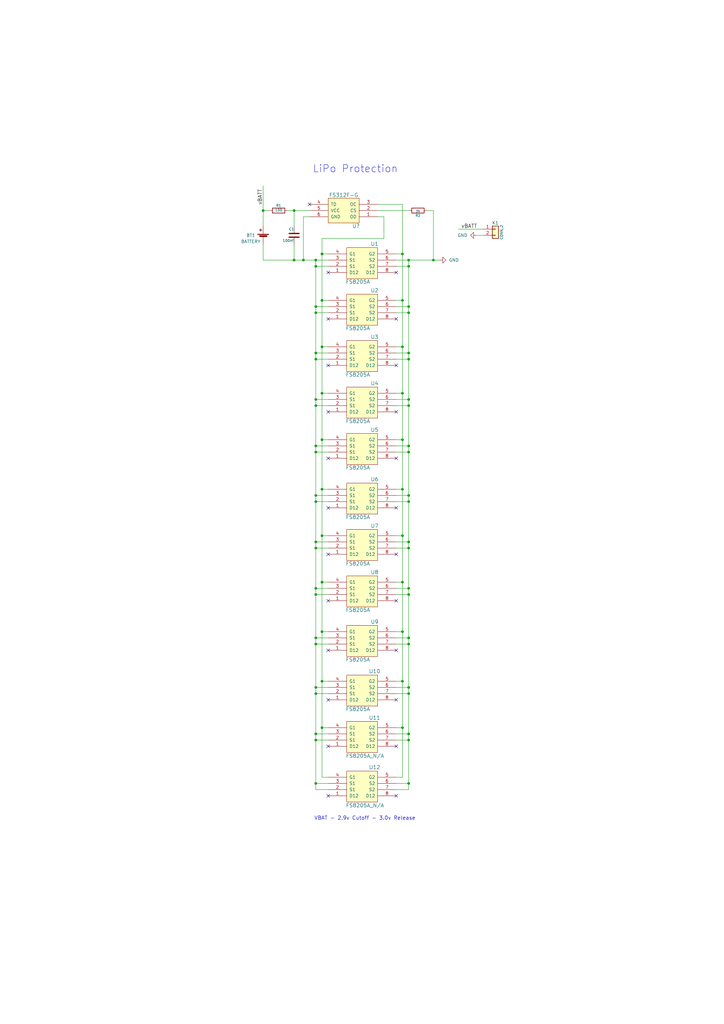
<source format=kicad_sch>
(kicad_sch (version 20211123) (generator eeschema)

  (uuid 6a201de9-95ce-40f6-a96b-017b93d7b90a)

  (paper "A3" portrait)

  (title_block
    (date "2022-04-17")
  )

  (lib_symbols
    (symbol "Connector_Generic:Conn_01x02" (pin_names (offset 1.016) hide) (in_bom yes) (on_board yes)
      (property "Reference" "J" (id 0) (at 0 2.54 0)
        (effects (font (size 1.27 1.27)))
      )
      (property "Value" "Conn_01x02" (id 1) (at 0 -5.08 0)
        (effects (font (size 1.27 1.27)))
      )
      (property "Footprint" "" (id 2) (at 0 0 0)
        (effects (font (size 1.27 1.27)) hide)
      )
      (property "Datasheet" "~" (id 3) (at 0 0 0)
        (effects (font (size 1.27 1.27)) hide)
      )
      (property "ki_keywords" "connector" (id 4) (at 0 0 0)
        (effects (font (size 1.27 1.27)) hide)
      )
      (property "ki_description" "Generic connector, single row, 01x02, script generated (kicad-library-utils/schlib/autogen/connector/)" (id 5) (at 0 0 0)
        (effects (font (size 1.27 1.27)) hide)
      )
      (property "ki_fp_filters" "Connector*:*_1x??_*" (id 6) (at 0 0 0)
        (effects (font (size 1.27 1.27)) hide)
      )
      (symbol "Conn_01x02_1_1"
        (rectangle (start -1.27 -2.413) (end 0 -2.667)
          (stroke (width 0.1524) (type default) (color 0 0 0 0))
          (fill (type none))
        )
        (rectangle (start -1.27 0.127) (end 0 -0.127)
          (stroke (width 0.1524) (type default) (color 0 0 0 0))
          (fill (type none))
        )
        (rectangle (start -1.27 1.27) (end 1.27 -3.81)
          (stroke (width 0.254) (type default) (color 0 0 0 0))
          (fill (type background))
        )
        (pin passive line (at -5.08 0 0) (length 3.81)
          (name "Pin_1" (effects (font (size 1.27 1.27))))
          (number "1" (effects (font (size 1.27 1.27))))
        )
        (pin passive line (at -5.08 -2.54 0) (length 3.81)
          (name "Pin_2" (effects (font (size 1.27 1.27))))
          (number "2" (effects (font (size 1.27 1.27))))
        )
      )
    )
    (symbol "Device:Battery_Cell" (pin_numbers hide) (pin_names (offset 0) hide) (in_bom yes) (on_board yes)
      (property "Reference" "BT" (id 0) (at 2.54 2.54 0)
        (effects (font (size 1.27 1.27)) (justify left))
      )
      (property "Value" "Battery_Cell" (id 1) (at 2.54 0 0)
        (effects (font (size 1.27 1.27)) (justify left))
      )
      (property "Footprint" "" (id 2) (at 0 1.524 90)
        (effects (font (size 1.27 1.27)) hide)
      )
      (property "Datasheet" "~" (id 3) (at 0 1.524 90)
        (effects (font (size 1.27 1.27)) hide)
      )
      (property "ki_keywords" "battery cell" (id 4) (at 0 0 0)
        (effects (font (size 1.27 1.27)) hide)
      )
      (property "ki_description" "Single-cell battery" (id 5) (at 0 0 0)
        (effects (font (size 1.27 1.27)) hide)
      )
      (symbol "Battery_Cell_0_1"
        (rectangle (start -2.286 1.778) (end 2.286 1.524)
          (stroke (width 0) (type default) (color 0 0 0 0))
          (fill (type outline))
        )
        (rectangle (start -1.5748 1.1938) (end 1.4732 0.6858)
          (stroke (width 0) (type default) (color 0 0 0 0))
          (fill (type outline))
        )
        (polyline
          (pts
            (xy 0 0.762)
            (xy 0 0)
          )
          (stroke (width 0) (type default) (color 0 0 0 0))
          (fill (type none))
        )
        (polyline
          (pts
            (xy 0 1.778)
            (xy 0 2.54)
          )
          (stroke (width 0) (type default) (color 0 0 0 0))
          (fill (type none))
        )
        (polyline
          (pts
            (xy 0.508 3.429)
            (xy 1.524 3.429)
          )
          (stroke (width 0.254) (type default) (color 0 0 0 0))
          (fill (type none))
        )
        (polyline
          (pts
            (xy 1.016 3.937)
            (xy 1.016 2.921)
          )
          (stroke (width 0.254) (type default) (color 0 0 0 0))
          (fill (type none))
        )
      )
      (symbol "Battery_Cell_1_1"
        (pin passive line (at 0 5.08 270) (length 2.54)
          (name "+" (effects (font (size 1.27 1.27))))
          (number "1" (effects (font (size 1.27 1.27))))
        )
        (pin passive line (at 0 -2.54 90) (length 2.54)
          (name "-" (effects (font (size 1.27 1.27))))
          (number "2" (effects (font (size 1.27 1.27))))
        )
      )
    )
    (symbol "Device:C" (pin_numbers hide) (pin_names (offset 0.254)) (in_bom yes) (on_board yes)
      (property "Reference" "C" (id 0) (at 0.635 2.54 0)
        (effects (font (size 1.27 1.27)) (justify left))
      )
      (property "Value" "C" (id 1) (at 0.635 -2.54 0)
        (effects (font (size 1.27 1.27)) (justify left))
      )
      (property "Footprint" "" (id 2) (at 0.9652 -3.81 0)
        (effects (font (size 1.27 1.27)) hide)
      )
      (property "Datasheet" "~" (id 3) (at 0 0 0)
        (effects (font (size 1.27 1.27)) hide)
      )
      (property "ki_keywords" "cap capacitor" (id 4) (at 0 0 0)
        (effects (font (size 1.27 1.27)) hide)
      )
      (property "ki_description" "Unpolarized capacitor" (id 5) (at 0 0 0)
        (effects (font (size 1.27 1.27)) hide)
      )
      (property "ki_fp_filters" "C_*" (id 6) (at 0 0 0)
        (effects (font (size 1.27 1.27)) hide)
      )
      (symbol "C_0_1"
        (polyline
          (pts
            (xy -2.032 -0.762)
            (xy 2.032 -0.762)
          )
          (stroke (width 0.508) (type default) (color 0 0 0 0))
          (fill (type none))
        )
        (polyline
          (pts
            (xy -2.032 0.762)
            (xy 2.032 0.762)
          )
          (stroke (width 0.508) (type default) (color 0 0 0 0))
          (fill (type none))
        )
      )
      (symbol "C_1_1"
        (pin passive line (at 0 3.81 270) (length 2.794)
          (name "~" (effects (font (size 1.27 1.27))))
          (number "1" (effects (font (size 1.27 1.27))))
        )
        (pin passive line (at 0 -3.81 90) (length 2.794)
          (name "~" (effects (font (size 1.27 1.27))))
          (number "2" (effects (font (size 1.27 1.27))))
        )
      )
    )
    (symbol "Device:R" (pin_numbers hide) (pin_names (offset 0)) (in_bom yes) (on_board yes)
      (property "Reference" "R" (id 0) (at 2.032 0 90)
        (effects (font (size 1.27 1.27)))
      )
      (property "Value" "R" (id 1) (at 0 0 90)
        (effects (font (size 1.27 1.27)))
      )
      (property "Footprint" "" (id 2) (at -1.778 0 90)
        (effects (font (size 1.27 1.27)) hide)
      )
      (property "Datasheet" "~" (id 3) (at 0 0 0)
        (effects (font (size 1.27 1.27)) hide)
      )
      (property "ki_keywords" "R res resistor" (id 4) (at 0 0 0)
        (effects (font (size 1.27 1.27)) hide)
      )
      (property "ki_description" "Resistor" (id 5) (at 0 0 0)
        (effects (font (size 1.27 1.27)) hide)
      )
      (property "ki_fp_filters" "R_*" (id 6) (at 0 0 0)
        (effects (font (size 1.27 1.27)) hide)
      )
      (symbol "R_0_1"
        (rectangle (start -1.016 -2.54) (end 1.016 2.54)
          (stroke (width 0.254) (type default) (color 0 0 0 0))
          (fill (type none))
        )
      )
      (symbol "R_1_1"
        (pin passive line (at 0 3.81 270) (length 1.27)
          (name "~" (effects (font (size 1.27 1.27))))
          (number "1" (effects (font (size 1.27 1.27))))
        )
        (pin passive line (at 0 -3.81 90) (length 1.27)
          (name "~" (effects (font (size 1.27 1.27))))
          (number "2" (effects (font (size 1.27 1.27))))
        )
      )
    )
    (symbol "FS8205A_1" (pin_names (offset 1.016)) (in_bom yes) (on_board yes)
      (property "Reference" "U?" (id 0) (at 1.27 3.81 0)
        (effects (font (size 1.524 1.524)))
      )
      (property "Value" "FS8205A_1" (id 1) (at 6.35 -11.43 0)
        (effects (font (size 1.524 1.524)))
      )
      (property "Footprint" "RS-Quadruped:TSSOP8" (id 2) (at 6.35 -13.97 0)
        (effects (font (size 1.524 1.524)) hide)
      )
      (property "Datasheet" "" (id 3) (at 0 0 0)
        (effects (font (size 1.524 1.524)))
      )
      (symbol "FS8205A_1_0_1"
        (rectangle (start 0 2.54) (end 12.7 -10.16)
          (stroke (width 0) (type default) (color 0 0 0 0))
          (fill (type background))
        )
      )
      (symbol "FS8205A_1_1_1"
        (pin input line (at -7.62 0 0) (length 7.62)
          (name "D12" (effects (font (size 1.27 1.27))))
          (number "1" (effects (font (size 1.27 1.27))))
        )
        (pin input line (at -7.62 -2.54 0) (length 7.62)
          (name "S1" (effects (font (size 1.27 1.27))))
          (number "2" (effects (font (size 1.27 1.27))))
        )
        (pin input line (at -7.62 -5.08 0) (length 7.62)
          (name "S1" (effects (font (size 1.27 1.27))))
          (number "3" (effects (font (size 1.27 1.27))))
        )
        (pin input line (at -7.62 -7.62 0) (length 7.62)
          (name "G1" (effects (font (size 1.27 1.27))))
          (number "4" (effects (font (size 1.27 1.27))))
        )
        (pin input line (at 20.32 -7.62 180) (length 7.62)
          (name "G2" (effects (font (size 1.27 1.27))))
          (number "5" (effects (font (size 1.27 1.27))))
        )
        (pin input line (at 20.32 -5.08 180) (length 7.62)
          (name "S2" (effects (font (size 1.27 1.27))))
          (number "6" (effects (font (size 1.27 1.27))))
        )
        (pin input line (at 20.32 -2.54 180) (length 7.62)
          (name "S2" (effects (font (size 1.27 1.27))))
          (number "7" (effects (font (size 1.27 1.27))))
        )
        (pin input line (at 20.32 0 180) (length 7.62)
          (name "D12" (effects (font (size 1.27 1.27))))
          (number "8" (effects (font (size 1.27 1.27))))
        )
      )
    )
    (symbol "FS8205A_2" (pin_names (offset 1.016)) (in_bom yes) (on_board yes)
      (property "Reference" "U?" (id 0) (at 1.27 3.81 0)
        (effects (font (size 1.524 1.524)))
      )
      (property "Value" "FS8205A_2" (id 1) (at 6.35 -11.43 0)
        (effects (font (size 1.524 1.524)))
      )
      (property "Footprint" "RS-Quadruped:TSSOP8" (id 2) (at 6.35 -13.97 0)
        (effects (font (size 1.524 1.524)) hide)
      )
      (property "Datasheet" "" (id 3) (at 0 0 0)
        (effects (font (size 1.524 1.524)))
      )
      (symbol "FS8205A_2_0_1"
        (rectangle (start 0 2.54) (end 12.7 -10.16)
          (stroke (width 0) (type default) (color 0 0 0 0))
          (fill (type background))
        )
      )
      (symbol "FS8205A_2_1_1"
        (pin input line (at -7.62 0 0) (length 7.62)
          (name "D12" (effects (font (size 1.27 1.27))))
          (number "1" (effects (font (size 1.27 1.27))))
        )
        (pin input line (at -7.62 -2.54 0) (length 7.62)
          (name "S1" (effects (font (size 1.27 1.27))))
          (number "2" (effects (font (size 1.27 1.27))))
        )
        (pin input line (at -7.62 -5.08 0) (length 7.62)
          (name "S1" (effects (font (size 1.27 1.27))))
          (number "3" (effects (font (size 1.27 1.27))))
        )
        (pin input line (at -7.62 -7.62 0) (length 7.62)
          (name "G1" (effects (font (size 1.27 1.27))))
          (number "4" (effects (font (size 1.27 1.27))))
        )
        (pin input line (at 20.32 -7.62 180) (length 7.62)
          (name "G2" (effects (font (size 1.27 1.27))))
          (number "5" (effects (font (size 1.27 1.27))))
        )
        (pin input line (at 20.32 -5.08 180) (length 7.62)
          (name "S2" (effects (font (size 1.27 1.27))))
          (number "6" (effects (font (size 1.27 1.27))))
        )
        (pin input line (at 20.32 -2.54 180) (length 7.62)
          (name "S2" (effects (font (size 1.27 1.27))))
          (number "7" (effects (font (size 1.27 1.27))))
        )
        (pin input line (at 20.32 0 180) (length 7.62)
          (name "D12" (effects (font (size 1.27 1.27))))
          (number "8" (effects (font (size 1.27 1.27))))
        )
      )
    )
    (symbol "FS8205A_3" (pin_names (offset 1.016)) (in_bom yes) (on_board yes)
      (property "Reference" "U?" (id 0) (at 1.27 3.81 0)
        (effects (font (size 1.524 1.524)))
      )
      (property "Value" "FS8205A_3" (id 1) (at 6.35 -11.43 0)
        (effects (font (size 1.524 1.524)))
      )
      (property "Footprint" "RS-Quadruped:TSSOP8" (id 2) (at 6.35 -13.97 0)
        (effects (font (size 1.524 1.524)) hide)
      )
      (property "Datasheet" "" (id 3) (at 0 0 0)
        (effects (font (size 1.524 1.524)))
      )
      (symbol "FS8205A_3_0_1"
        (rectangle (start 0 2.54) (end 12.7 -10.16)
          (stroke (width 0) (type default) (color 0 0 0 0))
          (fill (type background))
        )
      )
      (symbol "FS8205A_3_1_1"
        (pin input line (at -7.62 0 0) (length 7.62)
          (name "D12" (effects (font (size 1.27 1.27))))
          (number "1" (effects (font (size 1.27 1.27))))
        )
        (pin input line (at -7.62 -2.54 0) (length 7.62)
          (name "S1" (effects (font (size 1.27 1.27))))
          (number "2" (effects (font (size 1.27 1.27))))
        )
        (pin input line (at -7.62 -5.08 0) (length 7.62)
          (name "S1" (effects (font (size 1.27 1.27))))
          (number "3" (effects (font (size 1.27 1.27))))
        )
        (pin input line (at -7.62 -7.62 0) (length 7.62)
          (name "G1" (effects (font (size 1.27 1.27))))
          (number "4" (effects (font (size 1.27 1.27))))
        )
        (pin input line (at 20.32 -7.62 180) (length 7.62)
          (name "G2" (effects (font (size 1.27 1.27))))
          (number "5" (effects (font (size 1.27 1.27))))
        )
        (pin input line (at 20.32 -5.08 180) (length 7.62)
          (name "S2" (effects (font (size 1.27 1.27))))
          (number "6" (effects (font (size 1.27 1.27))))
        )
        (pin input line (at 20.32 -2.54 180) (length 7.62)
          (name "S2" (effects (font (size 1.27 1.27))))
          (number "7" (effects (font (size 1.27 1.27))))
        )
        (pin input line (at 20.32 0 180) (length 7.62)
          (name "D12" (effects (font (size 1.27 1.27))))
          (number "8" (effects (font (size 1.27 1.27))))
        )
      )
    )
    (symbol "RS-Quadruped:FS326E+G" (pin_names (offset 1.016)) (in_bom yes) (on_board yes)
      (property "Reference" "U?" (id 0) (at 1.27 3.81 0)
        (effects (font (size 1.524 1.524)))
      )
      (property "Value" "FS326E+G" (id 1) (at 6.35 -8.89 0)
        (effects (font (size 1.524 1.524)))
      )
      (property "Footprint" "RS-Quadruped:SOT23-6" (id 2) (at 6.35 -11.43 0)
        (effects (font (size 1.524 1.524)) hide)
      )
      (property "Datasheet" "" (id 3) (at 0 0 0)
        (effects (font (size 1.524 1.524)))
      )
      (symbol "FS326E+G_0_1"
        (rectangle (start 0 2.54) (end 12.7 -7.62)
          (stroke (width 0) (type default) (color 0 0 0 0))
          (fill (type background))
        )
      )
      (symbol "FS326E+G_1_1"
        (pin input line (at -7.62 0 0) (length 7.62)
          (name "OD" (effects (font (size 1.27 1.27))))
          (number "1" (effects (font (size 1.27 1.27))))
        )
        (pin input line (at -7.62 -2.54 0) (length 7.62)
          (name "CS" (effects (font (size 1.27 1.27))))
          (number "2" (effects (font (size 1.27 1.27))))
        )
        (pin input line (at -7.62 -5.08 0) (length 7.62)
          (name "OC" (effects (font (size 1.27 1.27))))
          (number "3" (effects (font (size 1.27 1.27))))
        )
        (pin input line (at 20.32 -5.08 180) (length 7.62)
          (name "TD" (effects (font (size 1.27 1.27))))
          (number "4" (effects (font (size 1.27 1.27))))
        )
        (pin input line (at 20.32 -2.54 180) (length 7.62)
          (name "VCC" (effects (font (size 1.27 1.27))))
          (number "5" (effects (font (size 1.27 1.27))))
        )
        (pin input line (at 20.32 0 180) (length 7.62)
          (name "GND" (effects (font (size 1.27 1.27))))
          (number "6" (effects (font (size 1.27 1.27))))
        )
      )
    )
    (symbol "RS-Quadruped:FS8205A" (pin_names (offset 1.016)) (in_bom yes) (on_board yes)
      (property "Reference" "U?" (id 0) (at 1.27 3.81 0)
        (effects (font (size 1.524 1.524)))
      )
      (property "Value" "FS8205A" (id 1) (at 6.35 -11.43 0)
        (effects (font (size 1.524 1.524)))
      )
      (property "Footprint" "RS-Quadruped:TSSOP8" (id 2) (at 6.35 -13.97 0)
        (effects (font (size 1.524 1.524)) hide)
      )
      (property "Datasheet" "" (id 3) (at 0 0 0)
        (effects (font (size 1.524 1.524)))
      )
      (symbol "FS8205A_0_1"
        (rectangle (start 0 2.54) (end 12.7 -10.16)
          (stroke (width 0) (type default) (color 0 0 0 0))
          (fill (type background))
        )
      )
      (symbol "FS8205A_1_1"
        (pin input line (at -7.62 0 0) (length 7.62)
          (name "D12" (effects (font (size 1.27 1.27))))
          (number "1" (effects (font (size 1.27 1.27))))
        )
        (pin input line (at -7.62 -2.54 0) (length 7.62)
          (name "S1" (effects (font (size 1.27 1.27))))
          (number "2" (effects (font (size 1.27 1.27))))
        )
        (pin input line (at -7.62 -5.08 0) (length 7.62)
          (name "S1" (effects (font (size 1.27 1.27))))
          (number "3" (effects (font (size 1.27 1.27))))
        )
        (pin input line (at -7.62 -7.62 0) (length 7.62)
          (name "G1" (effects (font (size 1.27 1.27))))
          (number "4" (effects (font (size 1.27 1.27))))
        )
        (pin input line (at 20.32 -7.62 180) (length 7.62)
          (name "G2" (effects (font (size 1.27 1.27))))
          (number "5" (effects (font (size 1.27 1.27))))
        )
        (pin input line (at 20.32 -5.08 180) (length 7.62)
          (name "S2" (effects (font (size 1.27 1.27))))
          (number "6" (effects (font (size 1.27 1.27))))
        )
        (pin input line (at 20.32 -2.54 180) (length 7.62)
          (name "S2" (effects (font (size 1.27 1.27))))
          (number "7" (effects (font (size 1.27 1.27))))
        )
        (pin input line (at 20.32 0 180) (length 7.62)
          (name "D12" (effects (font (size 1.27 1.27))))
          (number "8" (effects (font (size 1.27 1.27))))
        )
      )
    )
    (symbol "default:FS8205A" (pin_names (offset 1.016)) (in_bom yes) (on_board yes)
      (property "Reference" "U" (id 0) (at 11.43 -11.684 0)
        (effects (font (size 1.524 1.524)))
      )
      (property "Value" "FS8205A" (id 1) (at 4.572 3.81 0)
        (effects (font (size 1.524 1.524)))
      )
      (property "Footprint" "" (id 2) (at 0 0 0)
        (effects (font (size 1.524 1.524)))
      )
      (property "Datasheet" "" (id 3) (at 0 0 0)
        (effects (font (size 1.524 1.524)))
      )
      (symbol "FS8205A_0_1"
        (rectangle (start 0 2.54) (end 12.7 -10.16)
          (stroke (width 0) (type default) (color 0 0 0 0))
          (fill (type background))
        )
      )
      (symbol "FS8205A_1_1"
        (pin input line (at -7.62 0 0) (length 7.62)
          (name "D12" (effects (font (size 1.27 1.27))))
          (number "1" (effects (font (size 1.27 1.27))))
        )
        (pin input line (at -7.62 -2.54 0) (length 7.62)
          (name "S1" (effects (font (size 1.27 1.27))))
          (number "2" (effects (font (size 1.27 1.27))))
        )
        (pin input line (at -7.62 -5.08 0) (length 7.62)
          (name "S1" (effects (font (size 1.27 1.27))))
          (number "3" (effects (font (size 1.27 1.27))))
        )
        (pin input line (at -7.62 -7.62 0) (length 7.62)
          (name "G1" (effects (font (size 1.27 1.27))))
          (number "4" (effects (font (size 1.27 1.27))))
        )
        (pin input line (at 20.32 -7.62 180) (length 7.62)
          (name "G2" (effects (font (size 1.27 1.27))))
          (number "5" (effects (font (size 1.27 1.27))))
        )
        (pin input line (at 20.32 -5.08 180) (length 7.62)
          (name "S2" (effects (font (size 1.27 1.27))))
          (number "6" (effects (font (size 1.27 1.27))))
        )
        (pin input line (at 20.32 -2.54 180) (length 7.62)
          (name "S2" (effects (font (size 1.27 1.27))))
          (number "7" (effects (font (size 1.27 1.27))))
        )
        (pin input line (at 20.32 0 180) (length 7.62)
          (name "D12" (effects (font (size 1.27 1.27))))
          (number "8" (effects (font (size 1.27 1.27))))
        )
      )
    )
    (symbol "power:GND" (power) (pin_names (offset 0)) (in_bom yes) (on_board yes)
      (property "Reference" "#PWR" (id 0) (at 0 -6.35 0)
        (effects (font (size 1.27 1.27)) hide)
      )
      (property "Value" "GND" (id 1) (at 0 -3.81 0)
        (effects (font (size 1.27 1.27)))
      )
      (property "Footprint" "" (id 2) (at 0 0 0)
        (effects (font (size 1.27 1.27)) hide)
      )
      (property "Datasheet" "" (id 3) (at 0 0 0)
        (effects (font (size 1.27 1.27)) hide)
      )
      (property "ki_keywords" "power-flag" (id 4) (at 0 0 0)
        (effects (font (size 1.27 1.27)) hide)
      )
      (property "ki_description" "Power symbol creates a global label with name \"GND\" , ground" (id 5) (at 0 0 0)
        (effects (font (size 1.27 1.27)) hide)
      )
      (symbol "GND_0_1"
        (polyline
          (pts
            (xy 0 0)
            (xy 0 -1.27)
            (xy 1.27 -1.27)
            (xy 0 -2.54)
            (xy -1.27 -1.27)
            (xy 0 -1.27)
          )
          (stroke (width 0) (type default) (color 0 0 0 0))
          (fill (type none))
        )
      )
      (symbol "GND_1_1"
        (pin power_in line (at 0 0 270) (length 0) hide
          (name "GND" (effects (font (size 1.27 1.27))))
          (number "1" (effects (font (size 1.27 1.27))))
        )
      )
    )
  )

  (junction (at 129.54 185.42) (diameter 0) (color 0 0 0 0)
    (uuid 005765d7-29ba-41b1-bb56-7d91973a08bf)
  )
  (junction (at 167.64 241.3) (diameter 0) (color 0 0 0 0)
    (uuid 072f5690-73ec-4f9b-a5ef-6b49ef841123)
  )
  (junction (at 129.54 264.16) (diameter 0) (color 0 0 0 0)
    (uuid 07d8443c-c3dc-441f-9667-2d46ad9d87fc)
  )
  (junction (at 167.64 166.37) (diameter 0) (color 0 0 0 0)
    (uuid 0ba090bd-5f68-4904-bb86-fcb3fbd3838d)
  )
  (junction (at 132.08 238.76) (diameter 0) (color 0 0 0 0)
    (uuid 13594fb7-891a-4be6-9933-e94a79a6ecf7)
  )
  (junction (at 132.08 219.71) (diameter 0) (color 0 0 0 0)
    (uuid 1623a5b2-dd5f-4386-a0cc-6c7ac8966c14)
  )
  (junction (at 129.54 147.32) (diameter 0) (color 0 0 0 0)
    (uuid 16f56dcf-b081-486e-8a55-f18172683e7d)
  )
  (junction (at 129.54 106.68) (diameter 0) (color 0 0 0 0)
    (uuid 2021cf6d-11fe-4b29-9aa7-7ec2a45563c7)
  )
  (junction (at 132.08 200.66) (diameter 0) (color 0 0 0 0)
    (uuid 21c49bc1-a21a-44ab-8206-51200db97bde)
  )
  (junction (at 165.1 200.66) (diameter 0) (color 0 0 0 0)
    (uuid 278d7b5b-1455-42ec-960a-ee643f129c7d)
  )
  (junction (at 177.8 106.68) (diameter 0) (color 0 0 0 0)
    (uuid 312de50b-4c62-4eea-9b5e-70f6068c078e)
  )
  (junction (at 167.64 147.32) (diameter 0) (color 0 0 0 0)
    (uuid 3634be0b-a827-4c06-be21-4195f38d5810)
  )
  (junction (at 120.65 106.68) (diameter 0) (color 0 0 0 0)
    (uuid 395a416b-d84f-4c10-acd2-24484b50144e)
  )
  (junction (at 129.54 284.48) (diameter 0) (color 0 0 0 0)
    (uuid 3b60ac5d-fd4a-4809-8f05-857c988ebd11)
  )
  (junction (at 132.08 142.24) (diameter 0) (color 0 0 0 0)
    (uuid 41ec02ff-0903-4d7c-8563-656a31b59178)
  )
  (junction (at 165.1 219.71) (diameter 0) (color 0 0 0 0)
    (uuid 42fed906-a872-4fb8-8819-1933654ea7ea)
  )
  (junction (at 129.54 261.62) (diameter 0) (color 0 0 0 0)
    (uuid 4794b448-f429-4de9-8216-a1951c1e3e2b)
  )
  (junction (at 167.64 300.99) (diameter 0) (color 0 0 0 0)
    (uuid 485a4ad2-3bc1-44a3-b5bf-ca50bd405510)
  )
  (junction (at 167.64 205.74) (diameter 0) (color 0 0 0 0)
    (uuid 49611615-c3f9-467d-961f-dc5e1d8ecef0)
  )
  (junction (at 165.1 104.14) (diameter 0) (color 0 0 0 0)
    (uuid 4bf4f2c1-ff1a-498b-99c8-ef4bfb2caf9d)
  )
  (junction (at 167.64 243.84) (diameter 0) (color 0 0 0 0)
    (uuid 4e23d30e-832b-4bf9-ba7f-1351d094a940)
  )
  (junction (at 167.64 144.78) (diameter 0) (color 0 0 0 0)
    (uuid 4e4f0389-2460-4c2f-9ea8-8cfa51943617)
  )
  (junction (at 129.54 243.84) (diameter 0) (color 0 0 0 0)
    (uuid 556c505f-a68c-487c-a11e-3238a6d6380d)
  )
  (junction (at 167.64 284.48) (diameter 0) (color 0 0 0 0)
    (uuid 5d4e8b2f-58f6-49d2-8f16-c78c97fe10cc)
  )
  (junction (at 129.54 205.74) (diameter 0) (color 0 0 0 0)
    (uuid 5de8539b-452c-469e-b52d-30dfcb8b6380)
  )
  (junction (at 165.1 142.24) (diameter 0) (color 0 0 0 0)
    (uuid 5e19d58f-7922-4466-9257-d9f615981f96)
  )
  (junction (at 129.54 281.94) (diameter 0) (color 0 0 0 0)
    (uuid 664cb6e9-87f8-48f7-8ca1-2e52aa31ac92)
  )
  (junction (at 129.54 109.22) (diameter 0) (color 0 0 0 0)
    (uuid 6b07a2dc-deb4-4550-b39e-3c5faa968577)
  )
  (junction (at 129.54 222.25) (diameter 0) (color 0 0 0 0)
    (uuid 6d007f81-a6a2-4572-8d6e-d0a044a257b1)
  )
  (junction (at 132.08 298.45) (diameter 0) (color 0 0 0 0)
    (uuid 6d7138e9-5e40-4e6b-a422-b99018db9a09)
  )
  (junction (at 120.65 86.36) (diameter 0) (color 0 0 0 0)
    (uuid 701ccfde-6ec8-4afe-9357-18dff12cccb7)
  )
  (junction (at 167.64 182.88) (diameter 0) (color 0 0 0 0)
    (uuid 71bb3fbb-436f-4cb8-ba61-d4e4de07a5e2)
  )
  (junction (at 129.54 182.88) (diameter 0) (color 0 0 0 0)
    (uuid 74d413d7-dd39-4649-a714-cb98bb55aec4)
  )
  (junction (at 129.54 166.37) (diameter 0) (color 0 0 0 0)
    (uuid 75578377-d1d1-4afc-a663-2f569e04b005)
  )
  (junction (at 129.54 163.83) (diameter 0) (color 0 0 0 0)
    (uuid 77318753-c549-4ffa-b6e2-bd3a0296be5d)
  )
  (junction (at 129.54 128.27) (diameter 0) (color 0 0 0 0)
    (uuid 7e81d7eb-78d3-40f7-94d3-c2b3941af274)
  )
  (junction (at 167.64 125.73) (diameter 0) (color 0 0 0 0)
    (uuid 8459c2da-7878-42c4-9ab0-b59a3d2ab4bd)
  )
  (junction (at 167.64 128.27) (diameter 0) (color 0 0 0 0)
    (uuid 856bc9b9-0cdc-455f-b618-96fab500ad33)
  )
  (junction (at 132.08 161.29) (diameter 0) (color 0 0 0 0)
    (uuid 8716448c-b8a5-4319-a434-fee55f423ddd)
  )
  (junction (at 107.95 86.36) (diameter 0) (color 0 0 0 0)
    (uuid 910d6694-1212-49ab-bea6-311284d0c429)
  )
  (junction (at 167.64 163.83) (diameter 0) (color 0 0 0 0)
    (uuid 91174c8a-4469-439c-ba70-c80f801a4d74)
  )
  (junction (at 167.64 281.94) (diameter 0) (color 0 0 0 0)
    (uuid 92ebbe64-2a8c-4fd5-ab9a-99d8b5473248)
  )
  (junction (at 165.1 161.29) (diameter 0) (color 0 0 0 0)
    (uuid 949b8d58-1cd5-46c5-8520-e55cbc754937)
  )
  (junction (at 165.1 259.08) (diameter 0) (color 0 0 0 0)
    (uuid 94d01fb8-9b28-45b6-824c-a9d2cdfd8f2a)
  )
  (junction (at 167.64 109.22) (diameter 0) (color 0 0 0 0)
    (uuid 9573efce-f5d7-4410-b0a2-c3f6ac4de159)
  )
  (junction (at 165.1 180.34) (diameter 0) (color 0 0 0 0)
    (uuid a4ab0298-7ff1-48d7-90f8-80c4d22a2f0b)
  )
  (junction (at 132.08 279.4) (diameter 0) (color 0 0 0 0)
    (uuid a5273bb9-235b-4263-816b-42e7c403da9c)
  )
  (junction (at 167.64 222.25) (diameter 0) (color 0 0 0 0)
    (uuid a5637af6-993e-47d6-ad1c-8f41fe428696)
  )
  (junction (at 129.54 321.31) (diameter 0) (color 0 0 0 0)
    (uuid ac731d80-ba35-48a7-8171-e1206dfc0a4e)
  )
  (junction (at 132.08 104.14) (diameter 0) (color 0 0 0 0)
    (uuid acd814b8-9e6d-4370-8fc2-c8d8b00433b0)
  )
  (junction (at 167.64 106.68) (diameter 0) (color 0 0 0 0)
    (uuid b2387946-486a-4661-b2db-8ded0a2a8469)
  )
  (junction (at 129.54 144.78) (diameter 0) (color 0 0 0 0)
    (uuid b48e733e-fbc8-4b7e-a799-21be4e1c0414)
  )
  (junction (at 129.54 303.53) (diameter 0) (color 0 0 0 0)
    (uuid b4f5f09c-5695-4bad-bd19-76aea9451848)
  )
  (junction (at 132.08 180.34) (diameter 0) (color 0 0 0 0)
    (uuid b8c7f454-df08-4645-b43c-f8aecf105624)
  )
  (junction (at 165.1 279.4) (diameter 0) (color 0 0 0 0)
    (uuid bbc34f06-9d40-48c1-a727-ab23ed1f6050)
  )
  (junction (at 167.64 185.42) (diameter 0) (color 0 0 0 0)
    (uuid bca2b5ba-61f5-4dfe-8950-3c817ed0b4bd)
  )
  (junction (at 165.1 238.76) (diameter 0) (color 0 0 0 0)
    (uuid c0ebe935-e35c-4578-ac35-2b76ab00e477)
  )
  (junction (at 165.1 298.45) (diameter 0) (color 0 0 0 0)
    (uuid c24143f5-8aa8-44eb-92f0-ec2d0d6b7836)
  )
  (junction (at 132.08 259.08) (diameter 0) (color 0 0 0 0)
    (uuid c2e992f8-8ef4-4718-be38-52b7b17c148f)
  )
  (junction (at 129.54 224.79) (diameter 0) (color 0 0 0 0)
    (uuid c4f9c163-fee9-4457-8dc7-4a0594775558)
  )
  (junction (at 132.08 123.19) (diameter 0) (color 0 0 0 0)
    (uuid c7c2aaf2-1712-47f8-860f-a44eca3d067d)
  )
  (junction (at 167.64 321.31) (diameter 0) (color 0 0 0 0)
    (uuid d26b16c8-8f3c-4973-94bc-c136ed1788ae)
  )
  (junction (at 167.64 303.53) (diameter 0) (color 0 0 0 0)
    (uuid d5918e43-3da3-4955-b52e-f6540b914c4c)
  )
  (junction (at 129.54 125.73) (diameter 0) (color 0 0 0 0)
    (uuid d9b0a31f-01d6-4227-9d0b-cafcc6e3ee7a)
  )
  (junction (at 124.46 106.68) (diameter 0) (color 0 0 0 0)
    (uuid e02b1d3c-63f8-41c3-8700-88bff6369580)
  )
  (junction (at 167.64 203.2) (diameter 0) (color 0 0 0 0)
    (uuid e6041c2c-fcf6-404b-95f1-a4b50a5072cb)
  )
  (junction (at 167.64 264.16) (diameter 0) (color 0 0 0 0)
    (uuid f294f6fb-271a-4ada-ac2e-9a044485bfe8)
  )
  (junction (at 165.1 123.19) (diameter 0) (color 0 0 0 0)
    (uuid f53d4695-b080-469d-9bcc-c9e42a4a2338)
  )
  (junction (at 129.54 300.99) (diameter 0) (color 0 0 0 0)
    (uuid f5f6e975-54d6-49fc-9870-3f37b682c3f2)
  )
  (junction (at 129.54 241.3) (diameter 0) (color 0 0 0 0)
    (uuid f649ab9e-73d1-4694-817c-71829088f9fe)
  )
  (junction (at 167.64 261.62) (diameter 0) (color 0 0 0 0)
    (uuid f67bdcb7-269c-478f-98bc-106d382029bb)
  )
  (junction (at 129.54 203.2) (diameter 0) (color 0 0 0 0)
    (uuid fad2bced-3f32-4e67-8585-be082cd4b1ff)
  )
  (junction (at 167.64 224.79) (diameter 0) (color 0 0 0 0)
    (uuid ff363d43-2e90-46ba-9731-6bdc9520d0e2)
  )

  (no_connect (at 134.62 149.86) (uuid 0e7e7589-09ad-4170-b87d-314a29f8f2d3))
  (no_connect (at 162.56 227.33) (uuid 1588e42c-47ea-4b1e-836e-7aa98138a785))
  (no_connect (at 162.56 326.39) (uuid 15fe1274-eee7-48a7-b7a4-01d198eafe6a))
  (no_connect (at 162.56 187.96) (uuid 3e1cf835-a2b9-4dac-9f87-bfeb0401bdb5))
  (no_connect (at 134.62 187.96) (uuid 3e4ae3bd-1028-4170-b1a7-015f857e6b61))
  (no_connect (at 127 83.82) (uuid 3f32d953-234f-4e5d-8f24-8eee3aaa6caf))
  (no_connect (at 134.62 227.33) (uuid 47a13870-6a21-4226-b778-b8cf38e14096))
  (no_connect (at 162.56 168.91) (uuid 4e925362-261a-4d2f-bbf5-904c444882cc))
  (no_connect (at 134.62 130.81) (uuid 5cdec931-7947-465a-a2c0-d950af4cfc5a))
  (no_connect (at 162.56 208.28) (uuid 61edaeef-e1f4-433a-8b25-31a940f03604))
  (no_connect (at 162.56 130.81) (uuid 777c5a68-6f72-4a5a-8df6-c5ccd911c85a))
  (no_connect (at 162.56 246.38) (uuid 7e21cca4-9ef2-44be-9ec2-1eb6d82bb4e8))
  (no_connect (at 162.56 287.02) (uuid 8a87da13-b5de-416c-be44-0f813db7a9bc))
  (no_connect (at 134.62 208.28) (uuid a11f9e91-1877-4d6f-a7d3-fd49ca54b868))
  (no_connect (at 134.62 168.91) (uuid b1db7482-9181-4fb1-b0f3-607ae4f8531c))
  (no_connect (at 134.62 246.38) (uuid bce9526f-0f13-429d-be5b-87a1826a0fd9))
  (no_connect (at 134.62 266.7) (uuid c57953da-7f35-4f5d-a475-7a9f46a592df))
  (no_connect (at 162.56 306.07) (uuid d24aebdd-cac5-4466-ad3b-1c158b7d8401))
  (no_connect (at 134.62 306.07) (uuid dcd74411-b7da-45ab-9b01-a482dc538193))
  (no_connect (at 134.62 287.02) (uuid e10e3311-e1b5-4d92-9a45-7309323b4a99))
  (no_connect (at 162.56 111.76) (uuid e5f54d97-4f7b-49db-b980-788312537faf))
  (no_connect (at 134.62 111.76) (uuid e9725917-1018-4a14-b34c-b3e91c996e80))
  (no_connect (at 162.56 149.86) (uuid ee8ce401-0c08-49fe-bcfb-1e98a1854a92))
  (no_connect (at 134.62 326.39) (uuid ef92f9b9-4763-4d18-b2b8-8136bc7580a4))
  (no_connect (at 162.56 266.7) (uuid fa1de2cb-94ec-48c1-b0ca-1c9c28ecea2e))

  (wire (pts (xy 107.95 86.36) (xy 107.95 92.71))
    (stroke (width 0) (type default) (color 0 0 0 0))
    (uuid 00db86bc-f9e4-4d84-bfc5-73b9dc4a0655)
  )
  (wire (pts (xy 129.54 323.85) (xy 134.62 323.85))
    (stroke (width 0) (type default) (color 0 0 0 0))
    (uuid 00e276d9-4f78-4e5e-a57f-bb99f21e9260)
  )
  (wire (pts (xy 129.54 106.68) (xy 134.62 106.68))
    (stroke (width 0) (type default) (color 0 0 0 0))
    (uuid 010f36cf-53f2-4fcf-a3f6-7c19c8533afb)
  )
  (wire (pts (xy 132.08 123.19) (xy 134.62 123.19))
    (stroke (width 0) (type default) (color 0 0 0 0))
    (uuid 0222c2a5-2ef3-407f-8b4f-c3aa4b61dc02)
  )
  (wire (pts (xy 107.95 86.36) (xy 110.49 86.36))
    (stroke (width 0) (type default) (color 0 0 0 0))
    (uuid 0316d5cb-2bb7-4078-85af-261c17109d3f)
  )
  (wire (pts (xy 129.54 182.88) (xy 134.62 182.88))
    (stroke (width 0) (type default) (color 0 0 0 0))
    (uuid 04c28a0a-c1e8-4742-8327-83279acd993d)
  )
  (wire (pts (xy 167.64 243.84) (xy 162.56 243.84))
    (stroke (width 0) (type default) (color 0 0 0 0))
    (uuid 04eeed4e-f1c8-4e11-8c45-3150d53fdfcc)
  )
  (wire (pts (xy 129.54 203.2) (xy 129.54 205.74))
    (stroke (width 0) (type default) (color 0 0 0 0))
    (uuid 050716ce-3801-46e2-affe-633dcf7fd87f)
  )
  (wire (pts (xy 162.56 106.68) (xy 167.64 106.68))
    (stroke (width 0) (type default) (color 0 0 0 0))
    (uuid 0794a10b-b8c4-463f-9433-921fd72ba175)
  )
  (wire (pts (xy 167.64 144.78) (xy 167.64 147.32))
    (stroke (width 0) (type default) (color 0 0 0 0))
    (uuid 0a8c3d98-c661-472e-9f54-d628fbe07a4f)
  )
  (wire (pts (xy 165.1 298.45) (xy 165.1 318.77))
    (stroke (width 0) (type default) (color 0 0 0 0))
    (uuid 0cf3849c-04d4-432e-9bb0-066f6a7b30fc)
  )
  (wire (pts (xy 129.54 222.25) (xy 129.54 224.79))
    (stroke (width 0) (type default) (color 0 0 0 0))
    (uuid 1048077e-9661-4c13-8e7d-e94649151ecc)
  )
  (wire (pts (xy 165.1 298.45) (xy 162.56 298.45))
    (stroke (width 0) (type default) (color 0 0 0 0))
    (uuid 11c476d5-8ac4-407b-99db-41717efa4e8c)
  )
  (wire (pts (xy 129.54 128.27) (xy 134.62 128.27))
    (stroke (width 0) (type default) (color 0 0 0 0))
    (uuid 13ba35c2-9b6e-41d9-84c0-f2ce0639e824)
  )
  (wire (pts (xy 167.64 243.84) (xy 167.64 261.62))
    (stroke (width 0) (type default) (color 0 0 0 0))
    (uuid 149a07bc-0216-4b01-a679-2e0b18c31005)
  )
  (wire (pts (xy 167.64 125.73) (xy 162.56 125.73))
    (stroke (width 0) (type default) (color 0 0 0 0))
    (uuid 1563569b-771f-4038-8b7d-bc48ce062a6f)
  )
  (wire (pts (xy 165.1 200.66) (xy 165.1 219.71))
    (stroke (width 0) (type default) (color 0 0 0 0))
    (uuid 1789dc28-7ab7-46b0-9540-053b3400f962)
  )
  (wire (pts (xy 129.54 264.16) (xy 129.54 281.94))
    (stroke (width 0) (type default) (color 0 0 0 0))
    (uuid 17c16fa0-a6b1-4f73-967d-555383a79d4f)
  )
  (wire (pts (xy 118.11 86.36) (xy 120.65 86.36))
    (stroke (width 0) (type default) (color 0 0 0 0))
    (uuid 1c5e79cd-b21f-45bf-be31-4dea302d3ff0)
  )
  (wire (pts (xy 132.08 142.24) (xy 132.08 161.29))
    (stroke (width 0) (type default) (color 0 0 0 0))
    (uuid 2461fb92-bc25-43d2-b277-1c23350277a0)
  )
  (wire (pts (xy 175.26 86.36) (xy 177.8 86.36))
    (stroke (width 0) (type default) (color 0 0 0 0))
    (uuid 25229d32-7df9-41c9-9eb1-7977cb44774a)
  )
  (wire (pts (xy 165.1 238.76) (xy 165.1 259.08))
    (stroke (width 0) (type default) (color 0 0 0 0))
    (uuid 258ba700-4e11-462d-a441-8d1a5388ee6b)
  )
  (wire (pts (xy 129.54 109.22) (xy 129.54 125.73))
    (stroke (width 0) (type default) (color 0 0 0 0))
    (uuid 2afb2189-d1c3-43f6-b57d-38b0171f2e83)
  )
  (wire (pts (xy 132.08 279.4) (xy 134.62 279.4))
    (stroke (width 0) (type default) (color 0 0 0 0))
    (uuid 2e125862-3f6d-4525-8def-fdaeff74a0d1)
  )
  (wire (pts (xy 157.48 88.9) (xy 154.94 88.9))
    (stroke (width 0) (type default) (color 0 0 0 0))
    (uuid 2e5f51ab-a974-4f9d-b47f-e09efd40f9fb)
  )
  (wire (pts (xy 167.64 182.88) (xy 167.64 185.42))
    (stroke (width 0) (type default) (color 0 0 0 0))
    (uuid 2f07a480-3e1a-4d22-bff4-53e367371f6b)
  )
  (wire (pts (xy 167.64 147.32) (xy 167.64 163.83))
    (stroke (width 0) (type default) (color 0 0 0 0))
    (uuid 2fa601ad-769b-410b-a4af-8d05a822da35)
  )
  (wire (pts (xy 167.64 185.42) (xy 167.64 203.2))
    (stroke (width 0) (type default) (color 0 0 0 0))
    (uuid 307e4ae0-ad47-4e27-95be-c66d5376ab31)
  )
  (wire (pts (xy 129.54 281.94) (xy 129.54 284.48))
    (stroke (width 0) (type default) (color 0 0 0 0))
    (uuid 317b4e8c-a9cf-4f2e-b2ea-915a5ded1443)
  )
  (wire (pts (xy 165.1 83.82) (xy 165.1 104.14))
    (stroke (width 0) (type default) (color 0 0 0 0))
    (uuid 31cdeb4a-157d-4386-8f12-33c92120d8ea)
  )
  (wire (pts (xy 129.54 224.79) (xy 134.62 224.79))
    (stroke (width 0) (type default) (color 0 0 0 0))
    (uuid 345537a6-cdfc-4bf0-b749-12cb9d4a4ebe)
  )
  (wire (pts (xy 132.08 200.66) (xy 132.08 219.71))
    (stroke (width 0) (type default) (color 0 0 0 0))
    (uuid 38faaa65-a57b-4818-845e-60ad14540f91)
  )
  (wire (pts (xy 132.08 298.45) (xy 134.62 298.45))
    (stroke (width 0) (type default) (color 0 0 0 0))
    (uuid 3a753b8e-3b17-4c0f-af55-fe90fada2ff0)
  )
  (wire (pts (xy 129.54 303.53) (xy 134.62 303.53))
    (stroke (width 0) (type default) (color 0 0 0 0))
    (uuid 3b3b82ef-8626-4c3b-9254-15ffcf5c7afa)
  )
  (wire (pts (xy 129.54 163.83) (xy 134.62 163.83))
    (stroke (width 0) (type default) (color 0 0 0 0))
    (uuid 3b6478bc-b17a-4f7a-a9ac-8b14679ba47d)
  )
  (wire (pts (xy 132.08 238.76) (xy 132.08 259.08))
    (stroke (width 0) (type default) (color 0 0 0 0))
    (uuid 3be1c8c3-5240-4647-a9df-3bcc1aa35e45)
  )
  (wire (pts (xy 132.08 123.19) (xy 132.08 142.24))
    (stroke (width 0) (type default) (color 0 0 0 0))
    (uuid 3c197e19-553c-4c72-8c9e-6fc3b5a5ba7f)
  )
  (wire (pts (xy 162.56 109.22) (xy 167.64 109.22))
    (stroke (width 0) (type default) (color 0 0 0 0))
    (uuid 3ea96409-d734-4c00-9c85-b3e6d664fced)
  )
  (wire (pts (xy 165.1 279.4) (xy 165.1 298.45))
    (stroke (width 0) (type default) (color 0 0 0 0))
    (uuid 3fd5890b-1e2b-4882-924b-19a68b16a9e7)
  )
  (wire (pts (xy 167.64 264.16) (xy 167.64 281.94))
    (stroke (width 0) (type default) (color 0 0 0 0))
    (uuid 4062aec4-43ea-42fa-998b-752aebdcb14e)
  )
  (wire (pts (xy 165.1 180.34) (xy 162.56 180.34))
    (stroke (width 0) (type default) (color 0 0 0 0))
    (uuid 415e1a03-319f-4636-8d11-89c8bfc5c523)
  )
  (wire (pts (xy 129.54 303.53) (xy 129.54 321.31))
    (stroke (width 0) (type default) (color 0 0 0 0))
    (uuid 41c82467-d01e-4437-b735-72e22b2f4774)
  )
  (wire (pts (xy 165.1 259.08) (xy 162.56 259.08))
    (stroke (width 0) (type default) (color 0 0 0 0))
    (uuid 44498132-c7d1-4890-84f1-5dbdbe880f06)
  )
  (wire (pts (xy 167.64 261.62) (xy 167.64 264.16))
    (stroke (width 0) (type default) (color 0 0 0 0))
    (uuid 45f2fd2e-2354-4b35-bca0-0cf5eb0336ce)
  )
  (wire (pts (xy 167.64 163.83) (xy 167.64 166.37))
    (stroke (width 0) (type default) (color 0 0 0 0))
    (uuid 4927f81a-6e6c-4d91-80ba-dcfe2f979ddf)
  )
  (wire (pts (xy 129.54 321.31) (xy 134.62 321.31))
    (stroke (width 0) (type default) (color 0 0 0 0))
    (uuid 4a083472-f1a6-49cb-9e8a-5129d5718a5c)
  )
  (wire (pts (xy 167.64 284.48) (xy 162.56 284.48))
    (stroke (width 0) (type default) (color 0 0 0 0))
    (uuid 4b5e9c84-63d2-4cc7-b1a0-8bf93167c93d)
  )
  (wire (pts (xy 129.54 224.79) (xy 129.54 241.3))
    (stroke (width 0) (type default) (color 0 0 0 0))
    (uuid 4ca186da-dcdc-4dea-88a8-f0d0ee8c466e)
  )
  (wire (pts (xy 167.64 205.74) (xy 167.64 222.25))
    (stroke (width 0) (type default) (color 0 0 0 0))
    (uuid 4e61e7f7-7013-4521-bc30-f3706531e186)
  )
  (wire (pts (xy 198.12 96.52) (xy 195.58 96.52))
    (stroke (width 0) (type default) (color 0 0 0 0))
    (uuid 4ec9f551-0798-4104-b9b4-9693b6fb35a9)
  )
  (wire (pts (xy 177.8 106.68) (xy 180.34 106.68))
    (stroke (width 0) (type default) (color 0 0 0 0))
    (uuid 4f3095c1-18e8-43f7-8f8e-82551cf81d80)
  )
  (wire (pts (xy 120.65 106.68) (xy 124.46 106.68))
    (stroke (width 0) (type default) (color 0 0 0 0))
    (uuid 50dc39ec-7111-4654-8c02-1e6ea589c0dd)
  )
  (wire (pts (xy 107.95 76.2) (xy 107.95 86.36))
    (stroke (width 0) (type default) (color 0 0 0 0))
    (uuid 51aa69b4-7876-422a-aa40-568d860122c8)
  )
  (wire (pts (xy 167.64 106.68) (xy 167.64 109.22))
    (stroke (width 0) (type default) (color 0 0 0 0))
    (uuid 52222535-bb00-412c-9b75-cbb53dd65db4)
  )
  (wire (pts (xy 120.65 86.36) (xy 127 86.36))
    (stroke (width 0) (type default) (color 0 0 0 0))
    (uuid 529c7e70-059a-4da5-a46e-139034908041)
  )
  (wire (pts (xy 129.54 264.16) (xy 134.62 264.16))
    (stroke (width 0) (type default) (color 0 0 0 0))
    (uuid 52a3f77c-2b03-40fb-bd2c-a51b891cde0f)
  )
  (wire (pts (xy 129.54 185.42) (xy 134.62 185.42))
    (stroke (width 0) (type default) (color 0 0 0 0))
    (uuid 53bea6dc-3302-4b01-8122-3ac2add1b8cf)
  )
  (wire (pts (xy 154.94 86.36) (xy 167.64 86.36))
    (stroke (width 0) (type default) (color 0 0 0 0))
    (uuid 542d0252-2b55-4802-9e52-987faae8cea5)
  )
  (wire (pts (xy 129.54 261.62) (xy 134.62 261.62))
    (stroke (width 0) (type default) (color 0 0 0 0))
    (uuid 5458f73e-98db-4a1e-9e8e-ebcd54cef09f)
  )
  (wire (pts (xy 165.1 219.71) (xy 162.56 219.71))
    (stroke (width 0) (type default) (color 0 0 0 0))
    (uuid 56c87e84-52bb-4f35-91d0-15d300194df7)
  )
  (wire (pts (xy 165.1 142.24) (xy 162.56 142.24))
    (stroke (width 0) (type default) (color 0 0 0 0))
    (uuid 58a5888d-a3b4-42b5-bc0c-7651b1aa8579)
  )
  (wire (pts (xy 129.54 243.84) (xy 129.54 261.62))
    (stroke (width 0) (type default) (color 0 0 0 0))
    (uuid 5c089022-d8bc-47f3-9dfe-0649354dace5)
  )
  (wire (pts (xy 132.08 238.76) (xy 134.62 238.76))
    (stroke (width 0) (type default) (color 0 0 0 0))
    (uuid 5d5d1dd2-35d3-46cb-b3e7-37a84cd6a5f0)
  )
  (wire (pts (xy 167.64 205.74) (xy 162.56 205.74))
    (stroke (width 0) (type default) (color 0 0 0 0))
    (uuid 5eebab8c-33e8-487a-b9da-e63e192be2f5)
  )
  (wire (pts (xy 167.64 323.85) (xy 162.56 323.85))
    (stroke (width 0) (type default) (color 0 0 0 0))
    (uuid 60aff38c-64d0-4e22-9fe6-1877e6ab3e04)
  )
  (wire (pts (xy 167.64 224.79) (xy 162.56 224.79))
    (stroke (width 0) (type default) (color 0 0 0 0))
    (uuid 6297a34e-2142-47b5-96e6-3b430d175643)
  )
  (wire (pts (xy 129.54 144.78) (xy 129.54 147.32))
    (stroke (width 0) (type default) (color 0 0 0 0))
    (uuid 62d27671-5a7d-4bda-8a62-97ed70acec7c)
  )
  (wire (pts (xy 167.64 321.31) (xy 167.64 323.85))
    (stroke (width 0) (type default) (color 0 0 0 0))
    (uuid 63d63a1c-acef-4b80-af76-d96defabe790)
  )
  (wire (pts (xy 167.64 284.48) (xy 167.64 300.99))
    (stroke (width 0) (type default) (color 0 0 0 0))
    (uuid 665f89e9-1249-4635-9bc0-e44c67371ca0)
  )
  (wire (pts (xy 167.64 303.53) (xy 167.64 321.31))
    (stroke (width 0) (type default) (color 0 0 0 0))
    (uuid 67b693e3-d6be-4b4d-80fa-ac4f9f947423)
  )
  (wire (pts (xy 167.64 144.78) (xy 162.56 144.78))
    (stroke (width 0) (type default) (color 0 0 0 0))
    (uuid 6a6d0f37-e981-452a-8662-8063d93244f7)
  )
  (wire (pts (xy 120.65 106.68) (xy 120.65 100.33))
    (stroke (width 0) (type default) (color 0 0 0 0))
    (uuid 6e34c2cb-809f-483b-ba62-e66b253b951e)
  )
  (wire (pts (xy 167.64 182.88) (xy 162.56 182.88))
    (stroke (width 0) (type default) (color 0 0 0 0))
    (uuid 6f6e8973-cab6-471c-8bac-d070b2fd40a1)
  )
  (wire (pts (xy 129.54 300.99) (xy 134.62 300.99))
    (stroke (width 0) (type default) (color 0 0 0 0))
    (uuid 71f6cebe-4d7f-4004-8c07-dec680e09383)
  )
  (wire (pts (xy 129.54 205.74) (xy 134.62 205.74))
    (stroke (width 0) (type default) (color 0 0 0 0))
    (uuid 72871535-0c95-4640-9847-5ff75b203893)
  )
  (wire (pts (xy 129.54 203.2) (xy 134.62 203.2))
    (stroke (width 0) (type default) (color 0 0 0 0))
    (uuid 7354d9be-384f-457a-85bc-d07c45fb327c)
  )
  (wire (pts (xy 167.64 264.16) (xy 162.56 264.16))
    (stroke (width 0) (type default) (color 0 0 0 0))
    (uuid 7372dfc5-87b2-45e6-81c8-b68e83411b4d)
  )
  (wire (pts (xy 167.64 128.27) (xy 162.56 128.27))
    (stroke (width 0) (type default) (color 0 0 0 0))
    (uuid 75257428-07ae-4d48-93ac-74dfa8b887ab)
  )
  (wire (pts (xy 167.64 185.42) (xy 162.56 185.42))
    (stroke (width 0) (type default) (color 0 0 0 0))
    (uuid 75ca9100-2597-4223-a022-11f095601efb)
  )
  (wire (pts (xy 165.1 238.76) (xy 162.56 238.76))
    (stroke (width 0) (type default) (color 0 0 0 0))
    (uuid 773e3d08-fe24-4bea-b3ab-0fc2b4185ac3)
  )
  (wire (pts (xy 129.54 128.27) (xy 129.54 144.78))
    (stroke (width 0) (type default) (color 0 0 0 0))
    (uuid 77934c41-6260-4b6f-8989-b9a9dee0dfd8)
  )
  (wire (pts (xy 129.54 125.73) (xy 129.54 128.27))
    (stroke (width 0) (type default) (color 0 0 0 0))
    (uuid 793e59a1-7194-42fc-94e3-9e220aeb143f)
  )
  (wire (pts (xy 165.1 318.77) (xy 162.56 318.77))
    (stroke (width 0) (type default) (color 0 0 0 0))
    (uuid 7baf37c1-ef90-4ebf-a2e2-c7129779122a)
  )
  (wire (pts (xy 167.64 106.68) (xy 177.8 106.68))
    (stroke (width 0) (type default) (color 0 0 0 0))
    (uuid 7c9eaf95-8f9a-4a03-ba20-21a3be628307)
  )
  (wire (pts (xy 167.64 303.53) (xy 162.56 303.53))
    (stroke (width 0) (type default) (color 0 0 0 0))
    (uuid 7dd8d321-760f-4cd8-9994-abc2383880ea)
  )
  (wire (pts (xy 167.64 222.25) (xy 167.64 224.79))
    (stroke (width 0) (type default) (color 0 0 0 0))
    (uuid 80e9bd1a-65cb-4d19-b794-8a45f85002b6)
  )
  (wire (pts (xy 129.54 281.94) (xy 134.62 281.94))
    (stroke (width 0) (type default) (color 0 0 0 0))
    (uuid 823e8b9c-72bf-4493-add2-b46749dd157b)
  )
  (wire (pts (xy 129.54 261.62) (xy 129.54 264.16))
    (stroke (width 0) (type default) (color 0 0 0 0))
    (uuid 82b94758-9772-4459-9119-10b513a50ad5)
  )
  (wire (pts (xy 129.54 321.31) (xy 129.54 323.85))
    (stroke (width 0) (type default) (color 0 0 0 0))
    (uuid 82faa732-7d85-424e-9b5c-9cbde334cca1)
  )
  (wire (pts (xy 132.08 200.66) (xy 134.62 200.66))
    (stroke (width 0) (type default) (color 0 0 0 0))
    (uuid 8634daed-ba9a-4b41-8dc9-c5a4081ef8b7)
  )
  (wire (pts (xy 129.54 241.3) (xy 129.54 243.84))
    (stroke (width 0) (type default) (color 0 0 0 0))
    (uuid 8689ee4c-c9f1-4b34-bfe8-cade6b7ef1b1)
  )
  (wire (pts (xy 162.56 321.31) (xy 167.64 321.31))
    (stroke (width 0) (type default) (color 0 0 0 0))
    (uuid 87f7fb0e-aab6-47f6-83d3-c3c030e322ec)
  )
  (wire (pts (xy 132.08 219.71) (xy 134.62 219.71))
    (stroke (width 0) (type default) (color 0 0 0 0))
    (uuid 8c75e24d-c789-4bb2-8ba5-d018fc13c363)
  )
  (wire (pts (xy 165.1 200.66) (xy 162.56 200.66))
    (stroke (width 0) (type default) (color 0 0 0 0))
    (uuid 8ddf3d1d-8b6c-4ade-83f2-137a698d50e2)
  )
  (wire (pts (xy 129.54 166.37) (xy 134.62 166.37))
    (stroke (width 0) (type default) (color 0 0 0 0))
    (uuid 8e2d6a2f-83b9-4e22-8fa9-70c51d4cafe0)
  )
  (wire (pts (xy 157.48 97.79) (xy 157.48 88.9))
    (stroke (width 0) (type default) (color 0 0 0 0))
    (uuid 8e549bbc-38fc-4d89-95b9-64630da23ed6)
  )
  (wire (pts (xy 167.64 281.94) (xy 167.64 284.48))
    (stroke (width 0) (type default) (color 0 0 0 0))
    (uuid 8f0a5a7c-843d-4d59-bb1b-0176f3f07cf9)
  )
  (wire (pts (xy 167.64 125.73) (xy 167.64 128.27))
    (stroke (width 0) (type default) (color 0 0 0 0))
    (uuid 8f51bbf7-bb5c-4428-ba3b-d54f2061c97d)
  )
  (wire (pts (xy 162.56 104.14) (xy 165.1 104.14))
    (stroke (width 0) (type default) (color 0 0 0 0))
    (uuid 92e177a1-2db5-489c-8ff1-f4c752afabe2)
  )
  (wire (pts (xy 132.08 318.77) (xy 134.62 318.77))
    (stroke (width 0) (type default) (color 0 0 0 0))
    (uuid 97bbd55a-a4bd-4364-b00b-8ebff9ab71a7)
  )
  (wire (pts (xy 132.08 104.14) (xy 132.08 123.19))
    (stroke (width 0) (type default) (color 0 0 0 0))
    (uuid 9a0afc8f-30d5-4420-aeb6-ffc4b4139660)
  )
  (wire (pts (xy 167.64 203.2) (xy 167.64 205.74))
    (stroke (width 0) (type default) (color 0 0 0 0))
    (uuid 9c83d354-dba6-49c6-b984-a62c6d6063f8)
  )
  (wire (pts (xy 167.64 163.83) (xy 162.56 163.83))
    (stroke (width 0) (type default) (color 0 0 0 0))
    (uuid a148e73c-c8c9-4a0a-8676-2ed14f87a6e5)
  )
  (wire (pts (xy 129.54 147.32) (xy 129.54 163.83))
    (stroke (width 0) (type default) (color 0 0 0 0))
    (uuid a2ad0cd8-ceae-4c1f-9e87-95bf423ecdfb)
  )
  (wire (pts (xy 132.08 180.34) (xy 132.08 200.66))
    (stroke (width 0) (type default) (color 0 0 0 0))
    (uuid a523e770-f286-4677-9426-612dd39c3d0d)
  )
  (wire (pts (xy 167.64 300.99) (xy 162.56 300.99))
    (stroke (width 0) (type default) (color 0 0 0 0))
    (uuid aa06a2a4-5338-4973-9db7-86979cd6873b)
  )
  (wire (pts (xy 132.08 259.08) (xy 132.08 279.4))
    (stroke (width 0) (type default) (color 0 0 0 0))
    (uuid ab453e69-d04e-4b52-8fb7-665befe70024)
  )
  (wire (pts (xy 165.1 161.29) (xy 162.56 161.29))
    (stroke (width 0) (type default) (color 0 0 0 0))
    (uuid aba95e90-cfb2-4017-bdbb-023989a59a10)
  )
  (wire (pts (xy 165.1 161.29) (xy 165.1 180.34))
    (stroke (width 0) (type default) (color 0 0 0 0))
    (uuid ace06434-9adc-42e3-ac08-46390cd27b3f)
  )
  (wire (pts (xy 167.64 222.25) (xy 162.56 222.25))
    (stroke (width 0) (type default) (color 0 0 0 0))
    (uuid ad6d241b-06c8-47a6-a02a-fbfc27765e45)
  )
  (wire (pts (xy 124.46 106.68) (xy 124.46 88.9))
    (stroke (width 0) (type default) (color 0 0 0 0))
    (uuid ad6d3774-898d-4e38-b4ae-7c806b3f43fd)
  )
  (wire (pts (xy 129.54 222.25) (xy 134.62 222.25))
    (stroke (width 0) (type default) (color 0 0 0 0))
    (uuid af3b5005-3dde-4446-b25a-0ab43a3c4f2f)
  )
  (wire (pts (xy 129.54 144.78) (xy 134.62 144.78))
    (stroke (width 0) (type default) (color 0 0 0 0))
    (uuid afb3d3b5-4b8c-485f-8b98-6ca74094f5f4)
  )
  (wire (pts (xy 167.64 147.32) (xy 162.56 147.32))
    (stroke (width 0) (type default) (color 0 0 0 0))
    (uuid b21ead26-52d2-4baf-8260-215c1867c593)
  )
  (wire (pts (xy 132.08 97.79) (xy 132.08 104.14))
    (stroke (width 0) (type default) (color 0 0 0 0))
    (uuid b2d5bb40-6318-42ec-ab18-fe4d6feb6b7c)
  )
  (wire (pts (xy 167.64 203.2) (xy 162.56 203.2))
    (stroke (width 0) (type default) (color 0 0 0 0))
    (uuid b3de1931-26a6-4ba1-9750-507c54cbd2ec)
  )
  (wire (pts (xy 132.08 161.29) (xy 134.62 161.29))
    (stroke (width 0) (type default) (color 0 0 0 0))
    (uuid b4fadcea-497a-4069-84f5-2a42b9b26aa0)
  )
  (wire (pts (xy 165.1 123.19) (xy 162.56 123.19))
    (stroke (width 0) (type default) (color 0 0 0 0))
    (uuid b9b4609e-206d-48e5-9de7-57790e71586d)
  )
  (wire (pts (xy 107.95 100.33) (xy 107.95 106.68))
    (stroke (width 0) (type default) (color 0 0 0 0))
    (uuid baae04c9-1730-4cbd-aff2-17f2dafe71cf)
  )
  (wire (pts (xy 129.54 284.48) (xy 134.62 284.48))
    (stroke (width 0) (type default) (color 0 0 0 0))
    (uuid bb59514d-8855-4b31-b319-e448c81b5240)
  )
  (wire (pts (xy 129.54 185.42) (xy 129.54 203.2))
    (stroke (width 0) (type default) (color 0 0 0 0))
    (uuid bb6eadc4-01cd-46d5-80a6-eb569a21e36e)
  )
  (wire (pts (xy 167.64 128.27) (xy 167.64 144.78))
    (stroke (width 0) (type default) (color 0 0 0 0))
    (uuid bd33e54f-0431-456d-804a-8da3053d2c74)
  )
  (wire (pts (xy 167.64 241.3) (xy 162.56 241.3))
    (stroke (width 0) (type default) (color 0 0 0 0))
    (uuid bec3e201-aea1-43f8-af76-25e8e833ad08)
  )
  (wire (pts (xy 120.65 92.71) (xy 120.65 86.36))
    (stroke (width 0) (type default) (color 0 0 0 0))
    (uuid bed640f9-3380-422b-a8ee-a7771c09062b)
  )
  (wire (pts (xy 167.64 300.99) (xy 167.64 303.53))
    (stroke (width 0) (type default) (color 0 0 0 0))
    (uuid beeee391-50fa-4845-a1bb-18b1afee5a8c)
  )
  (wire (pts (xy 132.08 97.79) (xy 157.48 97.79))
    (stroke (width 0) (type default) (color 0 0 0 0))
    (uuid bfb3d4ee-07b0-43fc-a484-8b876ed4ab40)
  )
  (wire (pts (xy 177.8 106.68) (xy 177.8 86.36))
    (stroke (width 0) (type default) (color 0 0 0 0))
    (uuid c1aedb29-74ad-4c46-b685-0b9607ad788d)
  )
  (wire (pts (xy 129.54 125.73) (xy 134.62 125.73))
    (stroke (width 0) (type default) (color 0 0 0 0))
    (uuid c1ce5c30-246a-49b5-af0c-5c7dd32ee4cb)
  )
  (wire (pts (xy 167.64 109.22) (xy 167.64 125.73))
    (stroke (width 0) (type default) (color 0 0 0 0))
    (uuid c1ff939c-6b6e-48fd-8bff-f0fd63f90bd0)
  )
  (wire (pts (xy 134.62 104.14) (xy 132.08 104.14))
    (stroke (width 0) (type default) (color 0 0 0 0))
    (uuid c29d809c-9f21-47d4-8684-49d07a5bfe17)
  )
  (wire (pts (xy 132.08 219.71) (xy 132.08 238.76))
    (stroke (width 0) (type default) (color 0 0 0 0))
    (uuid c71b5ad9-378d-430c-83db-b73400bf8d68)
  )
  (wire (pts (xy 165.1 123.19) (xy 165.1 142.24))
    (stroke (width 0) (type default) (color 0 0 0 0))
    (uuid c7abf0e1-b762-4afb-88b9-6d41f8bb0515)
  )
  (wire (pts (xy 107.95 106.68) (xy 120.65 106.68))
    (stroke (width 0) (type default) (color 0 0 0 0))
    (uuid cce5798a-be99-491f-8bf4-9cc70a8fe1ad)
  )
  (wire (pts (xy 167.64 166.37) (xy 167.64 182.88))
    (stroke (width 0) (type default) (color 0 0 0 0))
    (uuid cf4ea401-53cb-44a7-b676-b79b999bc161)
  )
  (wire (pts (xy 129.54 166.37) (xy 129.54 182.88))
    (stroke (width 0) (type default) (color 0 0 0 0))
    (uuid cf5feb36-4d14-40ee-b6f7-9d0afd0b72d3)
  )
  (wire (pts (xy 167.64 241.3) (xy 167.64 243.84))
    (stroke (width 0) (type default) (color 0 0 0 0))
    (uuid d1cb69df-f497-421d-ac05-a9256bd6d38a)
  )
  (wire (pts (xy 132.08 142.24) (xy 134.62 142.24))
    (stroke (width 0) (type default) (color 0 0 0 0))
    (uuid d4e07c6d-fb57-440e-9593-f4dcb6ffbfe3)
  )
  (wire (pts (xy 129.54 147.32) (xy 134.62 147.32))
    (stroke (width 0) (type default) (color 0 0 0 0))
    (uuid d67ea361-b317-46c6-9287-3f763e40632c)
  )
  (wire (pts (xy 129.54 106.68) (xy 129.54 109.22))
    (stroke (width 0) (type default) (color 0 0 0 0))
    (uuid d7ccb4a2-03ab-419c-874b-517fde6c9ecf)
  )
  (wire (pts (xy 129.54 182.88) (xy 129.54 185.42))
    (stroke (width 0) (type default) (color 0 0 0 0))
    (uuid d7ce8065-9355-4573-9279-144a31f518a3)
  )
  (wire (pts (xy 167.64 224.79) (xy 167.64 241.3))
    (stroke (width 0) (type default) (color 0 0 0 0))
    (uuid d9d3d770-2606-48c9-bf90-da34bbc975f6)
  )
  (wire (pts (xy 132.08 180.34) (xy 134.62 180.34))
    (stroke (width 0) (type default) (color 0 0 0 0))
    (uuid d9e50bb3-ba4f-49f4-8f5e-e08de09a12dc)
  )
  (wire (pts (xy 132.08 259.08) (xy 134.62 259.08))
    (stroke (width 0) (type default) (color 0 0 0 0))
    (uuid db90f9f2-bc84-45c6-9396-838724f72265)
  )
  (wire (pts (xy 187.96 93.98) (xy 198.12 93.98))
    (stroke (width 0) (type default) (color 0 0 0 0))
    (uuid dcba8189-7730-4cb5-a8e5-1f68f7f55451)
  )
  (wire (pts (xy 124.46 88.9) (xy 127 88.9))
    (stroke (width 0) (type default) (color 0 0 0 0))
    (uuid df84f5ae-a0fa-4693-9a2a-e1aab759ec36)
  )
  (wire (pts (xy 129.54 284.48) (xy 129.54 300.99))
    (stroke (width 0) (type default) (color 0 0 0 0))
    (uuid dfa8bc13-b52c-43aa-978e-7af314b107f9)
  )
  (wire (pts (xy 167.64 166.37) (xy 162.56 166.37))
    (stroke (width 0) (type default) (color 0 0 0 0))
    (uuid e19d4c2e-8e2f-45f7-b3a7-5fe9194ed363)
  )
  (wire (pts (xy 129.54 300.99) (xy 129.54 303.53))
    (stroke (width 0) (type default) (color 0 0 0 0))
    (uuid e1cff61b-4f62-4e6c-b9bc-2c1f55d5626b)
  )
  (wire (pts (xy 165.1 83.82) (xy 154.94 83.82))
    (stroke (width 0) (type default) (color 0 0 0 0))
    (uuid e3e96fcc-130e-45d7-a85d-9aa8bc750d85)
  )
  (wire (pts (xy 165.1 279.4) (xy 162.56 279.4))
    (stroke (width 0) (type default) (color 0 0 0 0))
    (uuid e4c328d6-5538-4e70-b6c3-91ba86556c8c)
  )
  (wire (pts (xy 165.1 180.34) (xy 165.1 200.66))
    (stroke (width 0) (type default) (color 0 0 0 0))
    (uuid e9d0b763-7024-4c7d-830b-57da00da583d)
  )
  (wire (pts (xy 132.08 279.4) (xy 132.08 298.45))
    (stroke (width 0) (type default) (color 0 0 0 0))
    (uuid ed3a5b13-be70-4c0e-90ab-2d3b42ff886e)
  )
  (wire (pts (xy 129.54 205.74) (xy 129.54 222.25))
    (stroke (width 0) (type default) (color 0 0 0 0))
    (uuid ed9df800-84cd-4224-ac9d-d0b5f2827fc2)
  )
  (wire (pts (xy 165.1 219.71) (xy 165.1 238.76))
    (stroke (width 0) (type default) (color 0 0 0 0))
    (uuid f05c8c97-6b58-4876-b448-386c5686a8a4)
  )
  (wire (pts (xy 124.46 106.68) (xy 129.54 106.68))
    (stroke (width 0) (type default) (color 0 0 0 0))
    (uuid f095187c-644d-4e87-a2ac-1c482c3bfe3b)
  )
  (wire (pts (xy 132.08 298.45) (xy 132.08 318.77))
    (stroke (width 0) (type default) (color 0 0 0 0))
    (uuid f159cb97-ff0f-4658-a9cf-0d57e4f5dd3a)
  )
  (wire (pts (xy 165.1 104.14) (xy 165.1 123.19))
    (stroke (width 0) (type default) (color 0 0 0 0))
    (uuid f42bdc5e-b5f2-4e5a-b292-ad3dfa492193)
  )
  (wire (pts (xy 165.1 142.24) (xy 165.1 161.29))
    (stroke (width 0) (type default) (color 0 0 0 0))
    (uuid f608d425-2dc0-4694-9796-83bdd2cc634f)
  )
  (wire (pts (xy 129.54 243.84) (xy 134.62 243.84))
    (stroke (width 0) (type default) (color 0 0 0 0))
    (uuid f6911c04-6189-4545-836e-d432fdbad0f0)
  )
  (wire (pts (xy 165.1 259.08) (xy 165.1 279.4))
    (stroke (width 0) (type default) (color 0 0 0 0))
    (uuid f974c8a7-744a-484f-ad2f-149767d94f35)
  )
  (wire (pts (xy 167.64 281.94) (xy 162.56 281.94))
    (stroke (width 0) (type default) (color 0 0 0 0))
    (uuid fa9eba32-aef9-4409-a7de-c3ca3b69cbde)
  )
  (wire (pts (xy 129.54 109.22) (xy 134.62 109.22))
    (stroke (width 0) (type default) (color 0 0 0 0))
    (uuid fc7abe25-5188-43f4-acd9-3096e88cea1f)
  )
  (wire (pts (xy 167.64 261.62) (xy 162.56 261.62))
    (stroke (width 0) (type default) (color 0 0 0 0))
    (uuid fd8757a7-f711-4233-97f2-d72c2f367b9d)
  )
  (wire (pts (xy 132.08 161.29) (xy 132.08 180.34))
    (stroke (width 0) (type default) (color 0 0 0 0))
    (uuid fe398adf-0801-4345-8d99-4b959a628f7b)
  )
  (wire (pts (xy 129.54 241.3) (xy 134.62 241.3))
    (stroke (width 0) (type default) (color 0 0 0 0))
    (uuid fe8ac66a-9234-4ff7-a778-e298f3f059f4)
  )
  (wire (pts (xy 129.54 163.83) (xy 129.54 166.37))
    (stroke (width 0) (type default) (color 0 0 0 0))
    (uuid ffcfed86-ee37-4d58-9adc-9f7e18a2344f)
  )

  (text "LiPo Protection" (at 128.27 71.12 0)
    (effects (font (size 2.9972 2.9972)) (justify left bottom))
    (uuid 1d061cc7-17c4-4f5f-8b70-8ed2127afd54)
  )
  (text "VBAT - 2.9v Cutoff - 3.0v Release" (at 128.905 336.55 0)
    (effects (font (size 1.524 1.524)) (justify left bottom))
    (uuid f35fb265-3da2-475b-b35e-0858ea85ae7d)
  )

  (label "vBATT" (at 107.95 77.47 270)
    (effects (font (size 1.524 1.524)) (justify right bottom))
    (uuid 426acfa1-2fd0-4bc2-8592-dc204c15b8f9)
  )
  (label "vBATT" (at 189.23 93.98 0)
    (effects (font (size 1.524 1.524)) (justify left bottom))
    (uuid e4c2affb-08af-4536-8505-72d77b134bfd)
  )

  (symbol (lib_id "Device:Battery_Cell") (at 107.95 97.79 0) (mirror y) (unit 1)
    (in_bom yes) (on_board yes)
    (uuid 00000000-0000-0000-0000-00005ac3302b)
    (property "Reference" "BT1" (id 0) (at 102.87 96.52 0))
    (property "Value" "BATTERY" (id 1) (at 102.87 99.06 0))
    (property "Footprint" "RS-Quadruped:SIL2_SMD_P" (id 2) (at 107.95 96.266 90)
      (effects (font (size 1.27 1.27)) hide)
    )
    (property "Datasheet" "~" (id 3) (at 107.95 96.266 90)
      (effects (font (size 1.27 1.27)) hide)
    )
    (pin "1" (uuid 047230a9-b3b4-4d08-8448-ca062b6f6ece))
    (pin "2" (uuid 5681a1c9-d6c9-45e8-bb57-02156d04341c))
  )

  (symbol (lib_id "RS-Quadruped:FS326E+G") (at 147.32 88.9 180) (unit 1)
    (in_bom yes) (on_board yes)
    (uuid 00000000-0000-0000-0000-00005c827b18)
    (property "Reference" "U?" (id 0) (at 146.05 92.71 0)
      (effects (font (size 1.524 1.524)))
    )
    (property "Value" "" (id 1) (at 140.97 80.01 0)
      (effects (font (size 1.524 1.524)))
    )
    (property "Footprint" "" (id 2) (at 160.02 86.36 90)
      (effects (font (size 1.524 1.524)) hide)
    )
    (property "Datasheet" "" (id 3) (at 147.32 88.9 0)
      (effects (font (size 1.524 1.524)))
    )
    (pin "1" (uuid 338103db-eb8f-48b5-b366-59bca1f1634b))
    (pin "2" (uuid 129cfa3a-d8e7-4da7-873b-895b3b421699))
    (pin "3" (uuid 86936ce9-63be-4bb1-8cc3-2196cbd7043a))
    (pin "4" (uuid abee2106-d214-4041-b730-4eb89818dc57))
    (pin "5" (uuid 7235a384-da49-4571-bc58-8b16163dafec))
    (pin "6" (uuid 3f47b7c6-f312-499e-aae4-3c29e0311fe7))
  )

  (symbol (lib_id "RS-Quadruped:FS8205A") (at 142.24 111.76 0) (mirror x) (unit 1)
    (in_bom yes) (on_board yes)
    (uuid 00000000-0000-0000-0000-00005c82824d)
    (property "Reference" "U1" (id 0) (at 153.67 100.076 0)
      (effects (font (size 1.524 1.524)))
    )
    (property "Value" "" (id 1) (at 146.812 115.57 0)
      (effects (font (size 1.524 1.524)))
    )
    (property "Footprint" "RS-Quadruped:TSSOP8" (id 2) (at 148.59 97.79 0)
      (effects (font (size 1.524 1.524)) hide)
    )
    (property "Datasheet" "" (id 3) (at 142.24 111.76 0)
      (effects (font (size 1.524 1.524)))
    )
    (pin "1" (uuid 80c024a3-23de-49d2-a226-637aebf4683b))
    (pin "2" (uuid 1ab8526c-ee54-4666-8a90-f4ea63720620))
    (pin "3" (uuid a4a1cf50-0b29-4dc0-ab00-23049996d8ba))
    (pin "4" (uuid a6320f7f-f2a6-426e-a4b7-49bdaf4886d0))
    (pin "5" (uuid 22993616-65e4-44aa-a2a4-1db26b08ceaf))
    (pin "6" (uuid 4ed6e64b-8815-4494-8f32-b08c328942d5))
    (pin "7" (uuid 0fc04a64-b42b-4cf1-99dd-35093bcb0362))
    (pin "8" (uuid 8b388ef4-a6b1-4a6a-bffe-d4779838483a))
  )

  (symbol (lib_id "Device:R") (at 171.45 86.36 270) (unit 1)
    (in_bom yes) (on_board yes)
    (uuid 00000000-0000-0000-0000-00005c8286ff)
    (property "Reference" "R2" (id 0) (at 171.45 88.392 90)
      (effects (font (size 1.016 1.016)))
    )
    (property "Value" "1k" (id 1) (at 171.4754 86.5378 90)
      (effects (font (size 1.016 1.016)))
    )
    (property "Footprint" "RS-Quadruped:SM0805" (id 2) (at 171.45 84.582 90)
      (effects (font (size 0.762 0.762)) hide)
    )
    (property "Datasheet" "~" (id 3) (at 171.45 86.36 0)
      (effects (font (size 0.762 0.762)))
    )
    (pin "1" (uuid c08ec4a4-ac0e-4eb7-a21a-b8718642707e))
    (pin "2" (uuid 519e6709-bd3c-45b4-a239-9b0ac8f5f061))
  )

  (symbol (lib_id "Device:R") (at 114.3 86.36 270) (mirror x) (unit 1)
    (in_bom yes) (on_board yes)
    (uuid 00000000-0000-0000-0000-00005c8288d0)
    (property "Reference" "R1" (id 0) (at 114.3 84.328 90)
      (effects (font (size 1.016 1.016)))
    )
    (property "Value" "100" (id 1) (at 114.3254 86.1822 90)
      (effects (font (size 1.016 1.016)))
    )
    (property "Footprint" "RS-Quadruped:SM0805" (id 2) (at 114.3 88.138 90)
      (effects (font (size 1.27 1.27)) hide)
    )
    (property "Datasheet" "~" (id 3) (at 114.3 86.36 0)
      (effects (font (size 1.27 1.27)) hide)
    )
    (pin "1" (uuid 89e02daf-7c0f-4542-ac83-375c685e5be1))
    (pin "2" (uuid f8a16d9c-acaf-422c-9282-05376357de7e))
  )

  (symbol (lib_id "Device:C") (at 120.65 96.52 0) (mirror y) (unit 1)
    (in_bom yes) (on_board yes)
    (uuid 00000000-0000-0000-0000-00005c828a3c)
    (property "Reference" "C1" (id 0) (at 120.65 93.98 0)
      (effects (font (size 1.016 1.016)) (justify left))
    )
    (property "Value" "100nf" (id 1) (at 120.4976 98.679 0)
      (effects (font (size 1.016 1.016)) (justify left))
    )
    (property "Footprint" "RS-Quadruped:SM0805" (id 2) (at 119.6848 100.33 0)
      (effects (font (size 1.27 1.27)) hide)
    )
    (property "Datasheet" "~" (id 3) (at 120.65 96.52 0)
      (effects (font (size 1.27 1.27)) hide)
    )
    (pin "1" (uuid 9b9b48e2-35d9-426f-8c35-dc6c72b504eb))
    (pin "2" (uuid 0446ac3b-41eb-4cdb-82f1-1783f64b0f53))
  )

  (symbol (lib_name "FS8205A_3") (lib_id "RS-Quadruped:FS8205A") (at 142.24 130.81 0) (mirror x) (unit 1)
    (in_bom yes) (on_board yes)
    (uuid 00000000-0000-0000-0000-00005c8297d8)
    (property "Reference" "U2" (id 0) (at 153.67 119.126 0)
      (effects (font (size 1.524 1.524)))
    )
    (property "Value" "FS8205A" (id 1) (at 146.812 134.62 0)
      (effects (font (size 1.524 1.524)))
    )
    (property "Footprint" "RS-Quadruped:TSSOP8" (id 2) (at 148.59 116.84 0)
      (effects (font (size 1.524 1.524)) hide)
    )
    (property "Datasheet" "" (id 3) (at 142.24 130.81 0)
      (effects (font (size 1.524 1.524)))
    )
    (pin "1" (uuid 29d10a1f-d259-4677-a61b-fbc8f385525b))
    (pin "2" (uuid 10f62baf-4784-4482-806d-cce1daa6676a))
    (pin "3" (uuid c5ab6f8c-12e4-4fe7-a393-eb515dbb540e))
    (pin "4" (uuid 73011d3a-485d-4e95-ac6a-14f09ef2c2f1))
    (pin "5" (uuid 1fc52d61-07d2-4026-b7a1-41990c30cd20))
    (pin "6" (uuid 9d4bd506-0c50-4077-9429-77426ef68b4a))
    (pin "7" (uuid f64cfff0-a666-4adf-b88b-1bed98693ea9))
    (pin "8" (uuid cb3ddccd-2c7a-4dcf-8ec7-2616aa3c4402))
  )

  (symbol (lib_id "RS-Quadruped:FS8205A") (at 142.24 149.86 0) (mirror x) (unit 1)
    (in_bom yes) (on_board yes)
    (uuid 00000000-0000-0000-0000-00005c82a10e)
    (property "Reference" "U3" (id 0) (at 153.67 138.176 0)
      (effects (font (size 1.524 1.524)))
    )
    (property "Value" "FS8205A" (id 1) (at 146.812 153.67 0)
      (effects (font (size 1.524 1.524)))
    )
    (property "Footprint" "RS-Quadruped:TSSOP8" (id 2) (at 148.59 135.89 0)
      (effects (font (size 1.524 1.524)) hide)
    )
    (property "Datasheet" "" (id 3) (at 142.24 149.86 0)
      (effects (font (size 1.524 1.524)))
    )
    (pin "1" (uuid 0cdf67ca-92c7-44a7-9103-b0c3857f4d9a))
    (pin "2" (uuid 566701db-bfe3-4aa9-9091-e9900f12cff9))
    (pin "3" (uuid d07f6368-479b-4da2-8357-f116122047f0))
    (pin "4" (uuid 1b880f75-9823-4c25-ba2d-fa6e076ec030))
    (pin "5" (uuid 8098aa3f-281a-4305-8901-6678ec6af07d))
    (pin "6" (uuid 36abe55e-4465-443f-bd94-f091f8eabbf0))
    (pin "7" (uuid dc8ba89a-b7bf-4e37-94c6-fd77feb43bd1))
    (pin "8" (uuid bec9b6cb-33f3-47ac-bcba-13e39dd213a4))
  )

  (symbol (lib_id "RS-Quadruped:FS8205A") (at 142.24 168.91 0) (mirror x) (unit 1)
    (in_bom yes) (on_board yes)
    (uuid 00000000-0000-0000-0000-00005c82a6ca)
    (property "Reference" "U4" (id 0) (at 153.67 157.226 0)
      (effects (font (size 1.524 1.524)))
    )
    (property "Value" "FS8205A" (id 1) (at 146.812 172.72 0)
      (effects (font (size 1.524 1.524)))
    )
    (property "Footprint" "RS-Quadruped:TSSOP8" (id 2) (at 148.59 154.94 0)
      (effects (font (size 1.524 1.524)) hide)
    )
    (property "Datasheet" "" (id 3) (at 142.24 168.91 0)
      (effects (font (size 1.524 1.524)))
    )
    (pin "1" (uuid 6fd62e3f-165e-411a-b041-6359bcce0b7b))
    (pin "2" (uuid 8c076d52-b46e-4ae7-8475-b66201e59ea0))
    (pin "3" (uuid af6ec486-5ddb-49ff-be18-fd1e2306bd4a))
    (pin "4" (uuid aba45fc9-eefa-4c46-afa8-47ddc02f0818))
    (pin "5" (uuid 32745278-b5d0-4dc9-9b7d-cae39c84e422))
    (pin "6" (uuid c23995fe-e53b-49e8-832e-d0b634d313aa))
    (pin "7" (uuid 6398e253-e80d-4ddb-8af7-7c91f6797c83))
    (pin "8" (uuid 8e8f1fa6-12fd-4890-a6b4-e17b9ee8b7aa))
  )

  (symbol (lib_id "RS-Quadruped:FS8205A") (at 142.24 187.96 0) (mirror x) (unit 1)
    (in_bom yes) (on_board yes)
    (uuid 00000000-0000-0000-0000-00005c82a6de)
    (property "Reference" "U5" (id 0) (at 153.67 176.276 0)
      (effects (font (size 1.524 1.524)))
    )
    (property "Value" "FS8205A" (id 1) (at 146.812 191.77 0)
      (effects (font (size 1.524 1.524)))
    )
    (property "Footprint" "RS-Quadruped:TSSOP8" (id 2) (at 148.59 173.99 0)
      (effects (font (size 1.524 1.524)) hide)
    )
    (property "Datasheet" "" (id 3) (at 142.24 187.96 0)
      (effects (font (size 1.524 1.524)))
    )
    (pin "1" (uuid c47d54af-b644-4ec8-a6a7-d303a3dd8661))
    (pin "2" (uuid 25de234d-f4a6-4e61-8648-53459b468f20))
    (pin "3" (uuid 7c31a8f4-767e-4ced-957f-0265e559e888))
    (pin "4" (uuid afedbd59-f7c5-4698-9920-f481c695094d))
    (pin "5" (uuid 5c5964fd-fe12-49db-ae11-006532e60cd0))
    (pin "6" (uuid 0006da31-8386-499b-be07-45c3861adc6b))
    (pin "7" (uuid 83cd3c7c-8055-41b5-a83a-20627dd60668))
    (pin "8" (uuid c0960793-2c28-4b84-af3d-2e3bebd3f127))
  )

  (symbol (lib_id "RS-Quadruped:FS8205A") (at 142.24 208.28 0) (mirror x) (unit 1)
    (in_bom yes) (on_board yes)
    (uuid 00000000-0000-0000-0000-00005c82a6f6)
    (property "Reference" "U6" (id 0) (at 153.67 196.596 0)
      (effects (font (size 1.524 1.524)))
    )
    (property "Value" "FS8205A" (id 1) (at 146.812 212.09 0)
      (effects (font (size 1.524 1.524)))
    )
    (property "Footprint" "RS-Quadruped:TSSOP8" (id 2) (at 148.59 194.31 0)
      (effects (font (size 1.524 1.524)) hide)
    )
    (property "Datasheet" "" (id 3) (at 142.24 208.28 0)
      (effects (font (size 1.524 1.524)))
    )
    (pin "1" (uuid df0d67cd-fddf-4a08-8775-002cbe1b7203))
    (pin "2" (uuid 8ea4693a-9a49-462b-9e83-2313dca96715))
    (pin "3" (uuid c2d7c9c0-98a5-49a6-a5b2-4530c3904cb9))
    (pin "4" (uuid 87ae186f-1d2a-4eed-b66a-e553f76a4b20))
    (pin "5" (uuid 92890719-baaf-40ca-8f82-39d7da1e4ea0))
    (pin "6" (uuid 07a83d85-9ded-4e0e-b311-418f188f41a4))
    (pin "7" (uuid f0a94521-3d89-448e-9b2c-d6a422390f58))
    (pin "8" (uuid cffb79e2-a371-441a-b2cf-471de6b7560d))
  )

  (symbol (lib_id "RS-Quadruped:FS8205A") (at 142.24 227.33 0) (mirror x) (unit 1)
    (in_bom yes) (on_board yes)
    (uuid 00000000-0000-0000-0000-00005c82a706)
    (property "Reference" "U7" (id 0) (at 153.67 215.646 0)
      (effects (font (size 1.524 1.524)))
    )
    (property "Value" "FS8205A" (id 1) (at 146.812 231.14 0)
      (effects (font (size 1.524 1.524)))
    )
    (property "Footprint" "RS-Quadruped:TSSOP8" (id 2) (at 148.59 213.36 0)
      (effects (font (size 1.524 1.524)) hide)
    )
    (property "Datasheet" "" (id 3) (at 142.24 227.33 0)
      (effects (font (size 1.524 1.524)))
    )
    (pin "1" (uuid d029178d-7ae8-407b-b355-78e6fe2422bb))
    (pin "2" (uuid c7e67f86-09fe-4f71-a60a-16afd5cf0d3c))
    (pin "3" (uuid 0a74b0f6-d002-4972-b713-701e863b03e8))
    (pin "4" (uuid 1f7e93e4-1bca-4958-b441-cd7021a20762))
    (pin "5" (uuid 48f68c34-15c9-4bbd-a33b-4734a7cb32ce))
    (pin "6" (uuid f593fb97-7d35-4d43-9bfc-5a9f201d18a0))
    (pin "7" (uuid 1c1816aa-bb6d-4b9f-83b4-309d16bdbc37))
    (pin "8" (uuid 6710d73f-eef4-42e8-8306-e381e646487a))
  )

  (symbol (lib_name "FS8205A_2") (lib_id "RS-Quadruped:FS8205A") (at 142.24 246.38 0) (mirror x) (unit 1)
    (in_bom yes) (on_board yes)
    (uuid 00000000-0000-0000-0000-00005c82a716)
    (property "Reference" "U8" (id 0) (at 153.67 234.696 0)
      (effects (font (size 1.524 1.524)))
    )
    (property "Value" "FS8205A" (id 1) (at 146.812 250.19 0)
      (effects (font (size 1.524 1.524)))
    )
    (property "Footprint" "RS-Quadruped:TSSOP8" (id 2) (at 148.59 232.41 0)
      (effects (font (size 1.524 1.524)) hide)
    )
    (property "Datasheet" "" (id 3) (at 142.24 246.38 0)
      (effects (font (size 1.524 1.524)))
    )
    (pin "1" (uuid 708caf1c-10fe-44a1-b843-12e7d0593472))
    (pin "2" (uuid d130e35f-ca41-43fa-a67b-c0d5bfc6695e))
    (pin "3" (uuid a2fa2000-b1de-45fa-b8c1-1c15a3c69432))
    (pin "4" (uuid 3ef672fa-267e-4f03-8d18-2a23e85105d1))
    (pin "5" (uuid 989fb065-aeb0-4df0-934d-b430b0ab8b22))
    (pin "6" (uuid e5f6bd25-c436-4d8c-9958-d2cba622358a))
    (pin "7" (uuid 2f0e298d-964a-4674-8bc8-1232c82a002e))
    (pin "8" (uuid d967b76e-453b-4f7b-aa74-8fe7abd6f5f4))
  )

  (symbol (lib_id "Connector_Generic:Conn_01x02") (at 203.2 93.98 0) (unit 1)
    (in_bom yes) (on_board yes)
    (uuid 00000000-0000-0000-0000-00005c83a14c)
    (property "Reference" "K1" (id 0) (at 203.2 91.44 0))
    (property "Value" "CONN_2" (id 1) (at 205.74 95.25 90)
      (effects (font (size 1.016 1.016)))
    )
    (property "Footprint" "RS-Quadruped:SIL2_SMD_P" (id 2) (at 203.2 93.98 0)
      (effects (font (size 1.27 1.27)) hide)
    )
    (property "Datasheet" "~" (id 3) (at 203.2 93.98 0)
      (effects (font (size 1.27 1.27)) hide)
    )
    (pin "1" (uuid e83a3f8d-6e9b-4fa0-8a71-ea81280f0181))
    (pin "2" (uuid 0a6eb604-accc-47f7-b7aa-50ab279bbf26))
  )

  (symbol (lib_name "FS8205A_1") (lib_id "RS-Quadruped:FS8205A") (at 142.24 266.7 0) (mirror x) (unit 1)
    (in_bom yes) (on_board yes)
    (uuid 00000000-0000-0000-0000-00005ca9f5f4)
    (property "Reference" "U9" (id 0) (at 153.67 255.016 0)
      (effects (font (size 1.524 1.524)))
    )
    (property "Value" "FS8205A" (id 1) (at 146.812 270.51 0)
      (effects (font (size 1.524 1.524)))
    )
    (property "Footprint" "RS-Quadruped:TSSOP8" (id 2) (at 148.59 252.73 0)
      (effects (font (size 1.524 1.524)) hide)
    )
    (property "Datasheet" "" (id 3) (at 142.24 266.7 0)
      (effects (font (size 1.524 1.524)))
    )
    (pin "1" (uuid a495f711-8193-4839-88e8-7e42d2ed433a))
    (pin "2" (uuid d5edd1b5-87f9-4abe-bd4e-3937585347e4))
    (pin "3" (uuid a4a5671c-c654-4880-885e-d3873978d971))
    (pin "4" (uuid 497591cd-1f8f-4373-b89b-3897664fd1a7))
    (pin "5" (uuid 49e63e06-1956-4309-954d-ed55a97f7f9c))
    (pin "6" (uuid f2f60b64-eb6d-4d35-b665-47a360e00a4b))
    (pin "7" (uuid 2efe70c1-6d87-4ea8-a1c4-4dbffa902d59))
    (pin "8" (uuid d21816d7-105e-4839-b699-204fb35eff07))
  )

  (symbol (lib_id "RS-Quadruped:FS8205A") (at 142.24 287.02 0) (mirror x) (unit 1)
    (in_bom yes) (on_board yes)
    (uuid 00000000-0000-0000-0000-00005ca9fe52)
    (property "Reference" "U10" (id 0) (at 153.67 275.336 0)
      (effects (font (size 1.524 1.524)))
    )
    (property "Value" "FS8205A" (id 1) (at 146.812 290.83 0)
      (effects (font (size 1.524 1.524)))
    )
    (property "Footprint" "RS-Quadruped:TSSOP8" (id 2) (at 148.59 273.05 0)
      (effects (font (size 1.524 1.524)) hide)
    )
    (property "Datasheet" "" (id 3) (at 142.24 287.02 0)
      (effects (font (size 1.524 1.524)))
    )
    (pin "1" (uuid 2deb9fca-da48-4a46-ab37-c0d24dc681d2))
    (pin "2" (uuid 9082fe6c-f03f-49ce-b107-9f97b05de769))
    (pin "3" (uuid 4057b389-7125-4670-96f1-450f26fdea8a))
    (pin "4" (uuid 89212de6-c5bb-4c94-bb40-7c63ffb7906d))
    (pin "5" (uuid fdf8a138-dad4-47fc-b6b6-d2a11442339d))
    (pin "6" (uuid 2fa6e8da-4e5e-49ac-9d1a-044b5d4ceddd))
    (pin "7" (uuid 15c40b07-736e-4bb4-8c3d-bd21dd85e722))
    (pin "8" (uuid 987ca605-283c-44b6-8235-9953c0b13aa4))
  )

  (symbol (lib_id "default:FS8205A") (at 142.24 306.07 0) (mirror x) (unit 1)
    (in_bom yes) (on_board yes)
    (uuid 00000000-0000-0000-0000-00005ca9fe62)
    (property "Reference" "U11" (id 0) (at 153.67 294.386 0)
      (effects (font (size 1.524 1.524)))
    )
    (property "Value" "FS8205A_N/A" (id 1) (at 149.733 310.007 0)
      (effects (font (size 1.524 1.524)))
    )
    (property "Footprint" "RS-Quadruped:TSSOP8" (id 2) (at 142.24 306.07 0)
      (effects (font (size 1.524 1.524)) hide)
    )
    (property "Datasheet" "" (id 3) (at 142.24 306.07 0)
      (effects (font (size 1.524 1.524)))
    )
    (pin "1" (uuid 6332abf6-3875-47fa-a8db-5af3b476054e))
    (pin "2" (uuid 02fd5367-d332-4b17-9072-8840ba60fcb5))
    (pin "3" (uuid d406f391-46f8-483e-a4e8-a855748a1b8c))
    (pin "4" (uuid a11a5b38-6d7e-4ea5-9bbf-200a2d823756))
    (pin "5" (uuid d0db8c0c-ea97-4605-8e26-d340bca46227))
    (pin "6" (uuid 39735325-d7fc-4576-87ce-e37c1e9c03e5))
    (pin "7" (uuid 4d24ca2e-bd8c-4299-b9e2-ae060efb56cb))
    (pin "8" (uuid 1eb0dcb7-7bc1-45cc-8b67-c628273ffe8c))
  )

  (symbol (lib_id "default:FS8205A") (at 142.24 326.39 0) (mirror x) (unit 1)
    (in_bom yes) (on_board yes)
    (uuid 00000000-0000-0000-0000-00005ca9fe76)
    (property "Reference" "U12" (id 0) (at 153.67 314.706 0)
      (effects (font (size 1.524 1.524)))
    )
    (property "Value" "FS8205A_N/A" (id 1) (at 149.733 330.327 0)
      (effects (font (size 1.524 1.524)))
    )
    (property "Footprint" "RS-Quadruped:TSSOP8" (id 2) (at 142.24 326.39 0)
      (effects (font (size 1.524 1.524)) hide)
    )
    (property "Datasheet" "" (id 3) (at 142.24 326.39 0)
      (effects (font (size 1.524 1.524)))
    )
    (pin "1" (uuid abecdb13-230f-43ca-8add-ec979ac472d0))
    (pin "2" (uuid 8134e340-7d95-4e07-bd58-0416c0d9b1e9))
    (pin "3" (uuid e52d2009-4ab0-4224-bbe9-0a1846b48172))
    (pin "4" (uuid c171e9e3-446d-4838-a6f0-e3368ca166ea))
    (pin "5" (uuid a81c0a36-02eb-4321-a1e9-4a00a52fcd43))
    (pin "6" (uuid 61b978b4-9bbd-4cab-bdab-14e886c8a051))
    (pin "7" (uuid e6cf13b0-cf53-4502-8776-7970a386415d))
    (pin "8" (uuid 4d14d85c-ee60-4778-b928-86cd57e5c525))
  )

  (symbol (lib_id "power:GND") (at 195.58 96.52 270) (unit 1)
    (in_bom yes) (on_board yes)
    (uuid a0e47740-ab20-4fe1-ad17-210b4e29bbda)
    (property "Reference" "#PWR0102" (id 0) (at 189.23 96.52 0)
      (effects (font (size 1.27 1.27)) hide)
    )
    (property "Value" "GND" (id 1) (at 191.77 96.52 90)
      (effects (font (size 1.27 1.27)) (justify right))
    )
    (property "Footprint" "" (id 2) (at 195.58 96.52 0)
      (effects (font (size 1.27 1.27)) hide)
    )
    (property "Datasheet" "" (id 3) (at 195.58 96.52 0)
      (effects (font (size 1.27 1.27)) hide)
    )
    (pin "1" (uuid 1856484a-0a34-42ae-a382-60360f68deef))
  )

  (symbol (lib_id "power:GND") (at 180.34 106.68 90) (unit 1)
    (in_bom yes) (on_board yes)
    (uuid b5d249d7-63e2-4489-b16c-c4ac4981bbdd)
    (property "Reference" "#PWR0101" (id 0) (at 186.69 106.68 0)
      (effects (font (size 1.27 1.27)) hide)
    )
    (property "Value" "GND" (id 1) (at 184.15 106.68 90)
      (effects (font (size 1.27 1.27)) (justify right))
    )
    (property "Footprint" "" (id 2) (at 180.34 106.68 0)
      (effects (font (size 1.27 1.27)) hide)
    )
    (property "Datasheet" "" (id 3) (at 180.34 106.68 0)
      (effects (font (size 1.27 1.27)) hide)
    )
    (pin "1" (uuid f8180a95-512d-4e13-b269-2541f10dbb44))
  )

  (sheet_instances
    (path "/" (page "1"))
  )

  (symbol_instances
    (path "/b5d249d7-63e2-4489-b16c-c4ac4981bbdd"
      (reference "#PWR0101") (unit 1) (value "GND") (footprint "")
    )
    (path "/a0e47740-ab20-4fe1-ad17-210b4e29bbda"
      (reference "#PWR0102") (unit 1) (value "GND") (footprint "")
    )
    (path "/00000000-0000-0000-0000-00005ac3302b"
      (reference "BT1") (unit 1) (value "BATTERY") (footprint "RS-Quadruped:SIL2_SMD_P")
    )
    (path "/00000000-0000-0000-0000-00005c828a3c"
      (reference "C1") (unit 1) (value "100nf") (footprint "RS-Quadruped:SM0805")
    )
    (path "/00000000-0000-0000-0000-00005c83a14c"
      (reference "K1") (unit 1) (value "CONN_2") (footprint "RS-Quadruped:SIL2_SMD_P")
    )
    (path "/00000000-0000-0000-0000-00005c8288d0"
      (reference "R1") (unit 1) (value "100") (footprint "RS-Quadruped:SM0805")
    )
    (path "/00000000-0000-0000-0000-00005c8286ff"
      (reference "R2") (unit 1) (value "1k") (footprint "RS-Quadruped:SM0805")
    )
    (path "/00000000-0000-0000-0000-00005c82824d"
      (reference "U1") (unit 1) (value "FS8205A") (footprint "RS-Quadruped:TSSOP8")
    )
    (path "/00000000-0000-0000-0000-00005c8297d8"
      (reference "U2") (unit 1) (value "FS8205A") (footprint "RS-Quadruped:TSSOP8")
    )
    (path "/00000000-0000-0000-0000-00005c82a10e"
      (reference "U3") (unit 1) (value "FS8205A") (footprint "RS-Quadruped:TSSOP8")
    )
    (path "/00000000-0000-0000-0000-00005c82a6ca"
      (reference "U4") (unit 1) (value "FS8205A") (footprint "RS-Quadruped:TSSOP8")
    )
    (path "/00000000-0000-0000-0000-00005c82a6de"
      (reference "U5") (unit 1) (value "FS8205A") (footprint "RS-Quadruped:TSSOP8")
    )
    (path "/00000000-0000-0000-0000-00005c82a6f6"
      (reference "U6") (unit 1) (value "FS8205A") (footprint "RS-Quadruped:TSSOP8")
    )
    (path "/00000000-0000-0000-0000-00005c82a706"
      (reference "U7") (unit 1) (value "FS8205A") (footprint "RS-Quadruped:TSSOP8")
    )
    (path "/00000000-0000-0000-0000-00005c82a716"
      (reference "U8") (unit 1) (value "FS8205A") (footprint "RS-Quadruped:TSSOP8")
    )
    (path "/00000000-0000-0000-0000-00005ca9f5f4"
      (reference "U9") (unit 1) (value "FS8205A") (footprint "RS-Quadruped:TSSOP8")
    )
    (path "/00000000-0000-0000-0000-00005ca9fe52"
      (reference "U10") (unit 1) (value "FS8205A") (footprint "RS-Quadruped:TSSOP8")
    )
    (path "/00000000-0000-0000-0000-00005ca9fe62"
      (reference "U11") (unit 1) (value "FS8205A_N/A") (footprint "RS-Quadruped:TSSOP8")
    )
    (path "/00000000-0000-0000-0000-00005ca9fe76"
      (reference "U12") (unit 1) (value "FS8205A_N/A") (footprint "RS-Quadruped:TSSOP8")
    )
    (path "/00000000-0000-0000-0000-00005c827b18"
      (reference "U?") (unit 1) (value "FS312F-G") (footprint "RS-Quadruped:SOT23-6")
    )
  )
)

</source>
